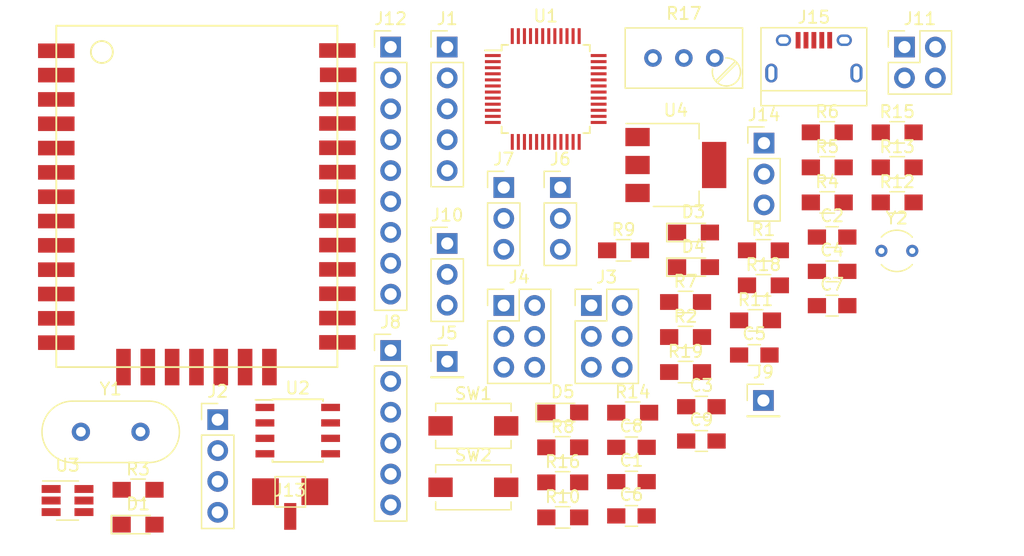
<source format=kicad_pcb>
(kicad_pcb (version 20171130) (host pcbnew "(5.1.5)-3")

  (general
    (thickness 1.6)
    (drawings 0)
    (tracks 0)
    (zones 0)
    (modules 56)
    (nets 91)
  )

  (page A4)
  (title_block
    (date 2020-03-01)
    (rev 1)
    (comment 2 "Zhan Beshanov")
  )

  (layers
    (0 F.Cu signal)
    (31 B.Cu signal)
    (32 B.Adhes user)
    (33 F.Adhes user)
    (34 B.Paste user)
    (35 F.Paste user)
    (36 B.SilkS user)
    (37 F.SilkS user)
    (38 B.Mask user)
    (39 F.Mask user)
    (40 Dwgs.User user)
    (41 Cmts.User user)
    (42 Eco1.User user)
    (43 Eco2.User user)
    (44 Edge.Cuts user)
    (45 Margin user)
    (46 B.CrtYd user)
    (47 F.CrtYd user)
    (48 B.Fab user)
    (49 F.Fab user)
  )

  (setup
    (last_trace_width 0.25)
    (user_trace_width 0.5)
    (trace_clearance 0.2)
    (zone_clearance 0.508)
    (zone_45_only no)
    (trace_min 0.2)
    (via_size 0.8)
    (via_drill 0.4)
    (via_min_size 0.4)
    (via_min_drill 0.3)
    (uvia_size 0.3)
    (uvia_drill 0.1)
    (uvias_allowed no)
    (uvia_min_size 0.2)
    (uvia_min_drill 0.1)
    (edge_width 0.05)
    (segment_width 0.2)
    (pcb_text_width 0.3)
    (pcb_text_size 1.5 1.5)
    (mod_edge_width 0.12)
    (mod_text_size 1 1)
    (mod_text_width 0.15)
    (pad_size 1.524 1.524)
    (pad_drill 0.762)
    (pad_to_mask_clearance 0.051)
    (solder_mask_min_width 0.25)
    (aux_axis_origin 0 0)
    (visible_elements 7FFFFFFF)
    (pcbplotparams
      (layerselection 0x010fc_ffffffff)
      (usegerberextensions false)
      (usegerberattributes false)
      (usegerberadvancedattributes false)
      (creategerberjobfile false)
      (excludeedgelayer true)
      (linewidth 0.100000)
      (plotframeref false)
      (viasonmask false)
      (mode 1)
      (useauxorigin false)
      (hpglpennumber 1)
      (hpglpenspeed 20)
      (hpglpendiameter 15.000000)
      (psnegative false)
      (psa4output false)
      (plotreference true)
      (plotvalue true)
      (plotinvisibletext false)
      (padsonsilk false)
      (subtractmaskfromsilk false)
      (outputformat 1)
      (mirror false)
      (drillshape 1)
      (scaleselection 1)
      (outputdirectory ""))
  )

  (net 0 "")
  (net 1 GND)
  (net 2 /R)
  (net 3 "Net-(C2-Pad1)")
  (net 4 "Net-(C3-Pad1)")
  (net 5 "Net-(C4-Pad1)")
  (net 6 "Net-(C5-Pad1)")
  (net 7 VCC)
  (net 8 "Net-(C8-Pad2)")
  (net 9 /AMS1117_3v3)
  (net 10 "Net-(D1-Pad1)")
  (net 11 "Net-(D2-Pad3)")
  (net 12 /RX_fw)
  (net 13 /TX_fw)
  (net 14 "Net-(D2-Pad6)")
  (net 15 "Net-(D2-Pad7)")
  (net 16 "Net-(D2-Pad8)")
  (net 17 "Net-(D2-Pad9)")
  (net 18 "Net-(D2-Pad10)")
  (net 19 "Net-(D2-Pad11)")
  (net 20 "Net-(D2-Pad12)")
  (net 21 "Net-(D2-Pad13)")
  (net 22 "Net-(D2-Pad21)")
  (net 23 "Net-(D2-Pad22)")
  (net 24 "Net-(D2-Pad23)")
  (net 25 "Net-(D2-Pad24)")
  (net 26 "Net-(D2-Pad25)")
  (net 27 "Net-(D2-Pad26)")
  (net 28 "Net-(D2-Pad27)")
  (net 29 /gpio)
  (net 30 "Net-(D2-Pad30)")
  (net 31 "Net-(D2-Pad32)")
  (net 32 "Net-(D2-Pad14)")
  (net 33 "Net-(D2-Pad15)")
  (net 34 "Net-(D2-Pad16)")
  (net 35 "Net-(D2-Pad20)")
  (net 36 "Net-(D3-Pad1)")
  (net 37 "Net-(D4-Pad1)")
  (net 38 "Net-(D5-Pad1)")
  (net 39 "Net-(J1-Pad5)")
  (net 40 "Net-(J1-Pad3)")
  (net 41 "Net-(J1-Pad2)")
  (net 42 /3v3_STLink)
  (net 43 "Net-(J2-Pad3)")
  (net 44 "Net-(J2-Pad2)")
  (net 45 /UART_FW)
  (net 46 /BOOT0)
  (net 47 /BOOT1)
  (net 48 /spi1_mosi)
  (net 49 /spi1_miso)
  (net 50 /spi1_sck)
  (net 51 /spi1_nss)
  (net 52 "Net-(J10-Pad3)")
  (net 53 "Net-(J10-Pad2)")
  (net 54 "Net-(J11-Pad2)")
  (net 55 /3VB)
  (net 56 "Net-(J12-Pad8)")
  (net 57 "Net-(J12-Pad7)")
  (net 58 "Net-(J12-Pad6)")
  (net 59 "Net-(J12-Pad5)")
  (net 60 "Net-(J12-Pad4)")
  (net 61 "Net-(J12-Pad3)")
  (net 62 "Net-(J12-Pad2)")
  (net 63 "Net-(J12-Pad1)")
  (net 64 "Net-(J13-Pad1)")
  (net 65 "Net-(J14-Pad2)")
  (net 66 "Net-(J15-Pad3)")
  (net 67 "Net-(J15-Pad2)")
  (net 68 "Net-(R1-Pad1)")
  (net 69 /USART2_TX)
  (net 70 /USART2_RX)
  (net 71 "Net-(R11-Pad2)")
  (net 72 "Net-(R12-Pad1)")
  (net 73 /C13)
  (net 74 /i2c1_scl)
  (net 75 /i2c1_sda)
  (net 76 "Net-(R16-Pad2)")
  (net 77 "Net-(R18-Pad2)")
  (net 78 "Net-(R19-Pad1)")
  (net 79 "Net-(U1-Pad41)")
  (net 80 "Net-(U1-Pad40)")
  (net 81 "Net-(U1-Pad39)")
  (net 82 "Net-(U1-Pad38)")
  (net 83 "Net-(U1-Pad32)")
  (net 84 "Net-(U1-Pad31)")
  (net 85 "Net-(U1-Pad30)")
  (net 86 "Net-(U1-Pad29)")
  (net 87 "Net-(U1-Pad19)")
  (net 88 "Net-(U1-Pad18)")
  (net 89 "Net-(U1-Pad11)")
  (net 90 "Net-(U2-Pad6)")

  (net_class Default "Это класс цепей по умолчанию."
    (clearance 0.2)
    (trace_width 0.25)
    (via_dia 0.8)
    (via_drill 0.4)
    (uvia_dia 0.3)
    (uvia_drill 0.1)
    (add_net /3VB)
    (add_net /3v3_STLink)
    (add_net /AMS1117_3v3)
    (add_net /BOOT0)
    (add_net /BOOT1)
    (add_net /C13)
    (add_net /R)
    (add_net /RX_fw)
    (add_net /TX_fw)
    (add_net /UART_FW)
    (add_net /USART2_RX)
    (add_net /USART2_TX)
    (add_net /gpio)
    (add_net /i2c1_scl)
    (add_net /i2c1_sda)
    (add_net /spi1_miso)
    (add_net /spi1_mosi)
    (add_net /spi1_nss)
    (add_net /spi1_sck)
    (add_net GND)
    (add_net "Net-(C2-Pad1)")
    (add_net "Net-(C3-Pad1)")
    (add_net "Net-(C4-Pad1)")
    (add_net "Net-(C5-Pad1)")
    (add_net "Net-(C8-Pad2)")
    (add_net "Net-(D1-Pad1)")
    (add_net "Net-(D2-Pad10)")
    (add_net "Net-(D2-Pad11)")
    (add_net "Net-(D2-Pad12)")
    (add_net "Net-(D2-Pad13)")
    (add_net "Net-(D2-Pad14)")
    (add_net "Net-(D2-Pad15)")
    (add_net "Net-(D2-Pad16)")
    (add_net "Net-(D2-Pad20)")
    (add_net "Net-(D2-Pad21)")
    (add_net "Net-(D2-Pad22)")
    (add_net "Net-(D2-Pad23)")
    (add_net "Net-(D2-Pad24)")
    (add_net "Net-(D2-Pad25)")
    (add_net "Net-(D2-Pad26)")
    (add_net "Net-(D2-Pad27)")
    (add_net "Net-(D2-Pad3)")
    (add_net "Net-(D2-Pad30)")
    (add_net "Net-(D2-Pad32)")
    (add_net "Net-(D2-Pad6)")
    (add_net "Net-(D2-Pad7)")
    (add_net "Net-(D2-Pad8)")
    (add_net "Net-(D2-Pad9)")
    (add_net "Net-(D3-Pad1)")
    (add_net "Net-(D4-Pad1)")
    (add_net "Net-(D5-Pad1)")
    (add_net "Net-(J1-Pad2)")
    (add_net "Net-(J1-Pad3)")
    (add_net "Net-(J1-Pad5)")
    (add_net "Net-(J10-Pad2)")
    (add_net "Net-(J10-Pad3)")
    (add_net "Net-(J11-Pad2)")
    (add_net "Net-(J12-Pad1)")
    (add_net "Net-(J12-Pad2)")
    (add_net "Net-(J12-Pad3)")
    (add_net "Net-(J12-Pad4)")
    (add_net "Net-(J12-Pad5)")
    (add_net "Net-(J12-Pad6)")
    (add_net "Net-(J12-Pad7)")
    (add_net "Net-(J12-Pad8)")
    (add_net "Net-(J13-Pad1)")
    (add_net "Net-(J14-Pad2)")
    (add_net "Net-(J15-Pad2)")
    (add_net "Net-(J15-Pad3)")
    (add_net "Net-(J2-Pad2)")
    (add_net "Net-(J2-Pad3)")
    (add_net "Net-(R1-Pad1)")
    (add_net "Net-(R11-Pad2)")
    (add_net "Net-(R12-Pad1)")
    (add_net "Net-(R16-Pad2)")
    (add_net "Net-(R18-Pad2)")
    (add_net "Net-(R19-Pad1)")
    (add_net "Net-(U1-Pad11)")
    (add_net "Net-(U1-Pad18)")
    (add_net "Net-(U1-Pad19)")
    (add_net "Net-(U1-Pad29)")
    (add_net "Net-(U1-Pad30)")
    (add_net "Net-(U1-Pad31)")
    (add_net "Net-(U1-Pad32)")
    (add_net "Net-(U1-Pad38)")
    (add_net "Net-(U1-Pad39)")
    (add_net "Net-(U1-Pad40)")
    (add_net "Net-(U1-Pad41)")
    (add_net "Net-(U2-Pad6)")
    (add_net VCC)
  )

  (module LoraWAN_pcb:C_0805_HandSoldering (layer F.Cu) (tedit 58AA84A8) (tstamp 5E6D5124)
    (at 153.646201 100.704401)
    (descr "Capacitor SMD 0805, hand soldering")
    (tags "capacitor 0805")
    (path /5E4829B3)
    (attr smd)
    (fp_text reference C1 (at 0 -1.75) (layer F.SilkS)
      (effects (font (size 1 1) (thickness 0.15)))
    )
    (fp_text value 100n (at 0 1.75) (layer F.Fab)
      (effects (font (size 1 1) (thickness 0.15)))
    )
    (fp_text user %R (at 0 -1.75) (layer F.Fab)
      (effects (font (size 1 1) (thickness 0.15)))
    )
    (fp_line (start -1 0.62) (end -1 -0.62) (layer F.Fab) (width 0.1))
    (fp_line (start 1 0.62) (end -1 0.62) (layer F.Fab) (width 0.1))
    (fp_line (start 1 -0.62) (end 1 0.62) (layer F.Fab) (width 0.1))
    (fp_line (start -1 -0.62) (end 1 -0.62) (layer F.Fab) (width 0.1))
    (fp_line (start 0.5 -0.85) (end -0.5 -0.85) (layer F.SilkS) (width 0.12))
    (fp_line (start -0.5 0.85) (end 0.5 0.85) (layer F.SilkS) (width 0.12))
    (fp_line (start -2.25 -0.88) (end 2.25 -0.88) (layer F.CrtYd) (width 0.05))
    (fp_line (start -2.25 -0.88) (end -2.25 0.87) (layer F.CrtYd) (width 0.05))
    (fp_line (start 2.25 0.87) (end 2.25 -0.88) (layer F.CrtYd) (width 0.05))
    (fp_line (start 2.25 0.87) (end -2.25 0.87) (layer F.CrtYd) (width 0.05))
    (pad 1 smd rect (at -1.25 0) (size 1.5 1.25) (layers F.Cu F.Paste F.Mask)
      (net 2 /R))
    (pad 2 smd rect (at 1.25 0) (size 1.5 1.25) (layers F.Cu F.Paste F.Mask)
      (net 1 GND))
    (model Capacitors_SMD.3dshapes/C_0805.wrl
      (at (xyz 0 0 0))
      (scale (xyz 1 1 1))
      (rotate (xyz 0 0 0))
    )
  )

  (module LoraWAN_pcb:C_0805_HandSoldering (layer F.Cu) (tedit 58AA84A8) (tstamp 5E6D5135)
    (at 170.146201 80.594401)
    (descr "Capacitor SMD 0805, hand soldering")
    (tags "capacitor 0805")
    (path /5E4801B6)
    (attr smd)
    (fp_text reference C2 (at 0 -1.75) (layer F.SilkS)
      (effects (font (size 1 1) (thickness 0.15)))
    )
    (fp_text value 12p (at 0 1.75) (layer F.Fab)
      (effects (font (size 1 1) (thickness 0.15)))
    )
    (fp_line (start 2.25 0.87) (end -2.25 0.87) (layer F.CrtYd) (width 0.05))
    (fp_line (start 2.25 0.87) (end 2.25 -0.88) (layer F.CrtYd) (width 0.05))
    (fp_line (start -2.25 -0.88) (end -2.25 0.87) (layer F.CrtYd) (width 0.05))
    (fp_line (start -2.25 -0.88) (end 2.25 -0.88) (layer F.CrtYd) (width 0.05))
    (fp_line (start -0.5 0.85) (end 0.5 0.85) (layer F.SilkS) (width 0.12))
    (fp_line (start 0.5 -0.85) (end -0.5 -0.85) (layer F.SilkS) (width 0.12))
    (fp_line (start -1 -0.62) (end 1 -0.62) (layer F.Fab) (width 0.1))
    (fp_line (start 1 -0.62) (end 1 0.62) (layer F.Fab) (width 0.1))
    (fp_line (start 1 0.62) (end -1 0.62) (layer F.Fab) (width 0.1))
    (fp_line (start -1 0.62) (end -1 -0.62) (layer F.Fab) (width 0.1))
    (fp_text user %R (at 0 -1.75) (layer F.Fab)
      (effects (font (size 1 1) (thickness 0.15)))
    )
    (pad 2 smd rect (at 1.25 0) (size 1.5 1.25) (layers F.Cu F.Paste F.Mask)
      (net 1 GND))
    (pad 1 smd rect (at -1.25 0) (size 1.5 1.25) (layers F.Cu F.Paste F.Mask)
      (net 3 "Net-(C2-Pad1)"))
    (model Capacitors_SMD.3dshapes/C_0805.wrl
      (at (xyz 0 0 0))
      (scale (xyz 1 1 1))
      (rotate (xyz 0 0 0))
    )
  )

  (module LoraWAN_pcb:C_0805_HandSoldering (layer F.Cu) (tedit 58AA84A8) (tstamp 5E6D5146)
    (at 159.396201 94.544401)
    (descr "Capacitor SMD 0805, hand soldering")
    (tags "capacitor 0805")
    (path /5E48027D)
    (attr smd)
    (fp_text reference C3 (at 0 -1.75) (layer F.SilkS)
      (effects (font (size 1 1) (thickness 0.15)))
    )
    (fp_text value 12p (at 0 1.75) (layer F.Fab)
      (effects (font (size 1 1) (thickness 0.15)))
    )
    (fp_text user %R (at 0 -1.75) (layer F.Fab)
      (effects (font (size 1 1) (thickness 0.15)))
    )
    (fp_line (start -1 0.62) (end -1 -0.62) (layer F.Fab) (width 0.1))
    (fp_line (start 1 0.62) (end -1 0.62) (layer F.Fab) (width 0.1))
    (fp_line (start 1 -0.62) (end 1 0.62) (layer F.Fab) (width 0.1))
    (fp_line (start -1 -0.62) (end 1 -0.62) (layer F.Fab) (width 0.1))
    (fp_line (start 0.5 -0.85) (end -0.5 -0.85) (layer F.SilkS) (width 0.12))
    (fp_line (start -0.5 0.85) (end 0.5 0.85) (layer F.SilkS) (width 0.12))
    (fp_line (start -2.25 -0.88) (end 2.25 -0.88) (layer F.CrtYd) (width 0.05))
    (fp_line (start -2.25 -0.88) (end -2.25 0.87) (layer F.CrtYd) (width 0.05))
    (fp_line (start 2.25 0.87) (end 2.25 -0.88) (layer F.CrtYd) (width 0.05))
    (fp_line (start 2.25 0.87) (end -2.25 0.87) (layer F.CrtYd) (width 0.05))
    (pad 1 smd rect (at -1.25 0) (size 1.5 1.25) (layers F.Cu F.Paste F.Mask)
      (net 4 "Net-(C3-Pad1)"))
    (pad 2 smd rect (at 1.25 0) (size 1.5 1.25) (layers F.Cu F.Paste F.Mask)
      (net 1 GND))
    (model Capacitors_SMD.3dshapes/C_0805.wrl
      (at (xyz 0 0 0))
      (scale (xyz 1 1 1))
      (rotate (xyz 0 0 0))
    )
  )

  (module LoraWAN_pcb:C_0805_HandSoldering (layer F.Cu) (tedit 58AA84A8) (tstamp 5E6D5157)
    (at 170.146201 83.414401)
    (descr "Capacitor SMD 0805, hand soldering")
    (tags "capacitor 0805")
    (path /5E480FE6)
    (attr smd)
    (fp_text reference C4 (at 0 -1.75) (layer F.SilkS)
      (effects (font (size 1 1) (thickness 0.15)))
    )
    (fp_text value 100p (at 0 1.75) (layer F.Fab)
      (effects (font (size 1 1) (thickness 0.15)))
    )
    (fp_line (start 2.25 0.87) (end -2.25 0.87) (layer F.CrtYd) (width 0.05))
    (fp_line (start 2.25 0.87) (end 2.25 -0.88) (layer F.CrtYd) (width 0.05))
    (fp_line (start -2.25 -0.88) (end -2.25 0.87) (layer F.CrtYd) (width 0.05))
    (fp_line (start -2.25 -0.88) (end 2.25 -0.88) (layer F.CrtYd) (width 0.05))
    (fp_line (start -0.5 0.85) (end 0.5 0.85) (layer F.SilkS) (width 0.12))
    (fp_line (start 0.5 -0.85) (end -0.5 -0.85) (layer F.SilkS) (width 0.12))
    (fp_line (start -1 -0.62) (end 1 -0.62) (layer F.Fab) (width 0.1))
    (fp_line (start 1 -0.62) (end 1 0.62) (layer F.Fab) (width 0.1))
    (fp_line (start 1 0.62) (end -1 0.62) (layer F.Fab) (width 0.1))
    (fp_line (start -1 0.62) (end -1 -0.62) (layer F.Fab) (width 0.1))
    (fp_text user %R (at 0 -1.75) (layer F.Fab)
      (effects (font (size 1 1) (thickness 0.15)))
    )
    (pad 2 smd rect (at 1.25 0) (size 1.5 1.25) (layers F.Cu F.Paste F.Mask)
      (net 1 GND))
    (pad 1 smd rect (at -1.25 0) (size 1.5 1.25) (layers F.Cu F.Paste F.Mask)
      (net 5 "Net-(C4-Pad1)"))
    (model Capacitors_SMD.3dshapes/C_0805.wrl
      (at (xyz 0 0 0))
      (scale (xyz 1 1 1))
      (rotate (xyz 0 0 0))
    )
  )

  (module LoraWAN_pcb:C_0805_HandSoldering (layer F.Cu) (tedit 58AA84A8) (tstamp 5E6D5168)
    (at 163.746201 90.294401)
    (descr "Capacitor SMD 0805, hand soldering")
    (tags "capacitor 0805")
    (path /5E4814BC)
    (attr smd)
    (fp_text reference C5 (at 0 -1.75) (layer F.SilkS)
      (effects (font (size 1 1) (thickness 0.15)))
    )
    (fp_text value 100p (at 0 1.75) (layer F.Fab)
      (effects (font (size 1 1) (thickness 0.15)))
    )
    (fp_line (start 2.25 0.87) (end -2.25 0.87) (layer F.CrtYd) (width 0.05))
    (fp_line (start 2.25 0.87) (end 2.25 -0.88) (layer F.CrtYd) (width 0.05))
    (fp_line (start -2.25 -0.88) (end -2.25 0.87) (layer F.CrtYd) (width 0.05))
    (fp_line (start -2.25 -0.88) (end 2.25 -0.88) (layer F.CrtYd) (width 0.05))
    (fp_line (start -0.5 0.85) (end 0.5 0.85) (layer F.SilkS) (width 0.12))
    (fp_line (start 0.5 -0.85) (end -0.5 -0.85) (layer F.SilkS) (width 0.12))
    (fp_line (start -1 -0.62) (end 1 -0.62) (layer F.Fab) (width 0.1))
    (fp_line (start 1 -0.62) (end 1 0.62) (layer F.Fab) (width 0.1))
    (fp_line (start 1 0.62) (end -1 0.62) (layer F.Fab) (width 0.1))
    (fp_line (start -1 0.62) (end -1 -0.62) (layer F.Fab) (width 0.1))
    (fp_text user %R (at 0 -1.75) (layer F.Fab)
      (effects (font (size 1 1) (thickness 0.15)))
    )
    (pad 2 smd rect (at 1.25 0) (size 1.5 1.25) (layers F.Cu F.Paste F.Mask)
      (net 1 GND))
    (pad 1 smd rect (at -1.25 0) (size 1.5 1.25) (layers F.Cu F.Paste F.Mask)
      (net 6 "Net-(C5-Pad1)"))
    (model Capacitors_SMD.3dshapes/C_0805.wrl
      (at (xyz 0 0 0))
      (scale (xyz 1 1 1))
      (rotate (xyz 0 0 0))
    )
  )

  (module LoraWAN_pcb:C_0805_HandSoldering (layer F.Cu) (tedit 58AA84A8) (tstamp 5E6D5179)
    (at 153.646201 103.524401)
    (descr "Capacitor SMD 0805, hand soldering")
    (tags "capacitor 0805")
    (path /5E4AA359)
    (attr smd)
    (fp_text reference C6 (at 0 -1.75) (layer F.SilkS)
      (effects (font (size 1 1) (thickness 0.15)))
    )
    (fp_text value 100n (at 0 1.75) (layer F.Fab)
      (effects (font (size 1 1) (thickness 0.15)))
    )
    (fp_text user %R (at 0 -1.75) (layer F.Fab)
      (effects (font (size 1 1) (thickness 0.15)))
    )
    (fp_line (start -1 0.62) (end -1 -0.62) (layer F.Fab) (width 0.1))
    (fp_line (start 1 0.62) (end -1 0.62) (layer F.Fab) (width 0.1))
    (fp_line (start 1 -0.62) (end 1 0.62) (layer F.Fab) (width 0.1))
    (fp_line (start -1 -0.62) (end 1 -0.62) (layer F.Fab) (width 0.1))
    (fp_line (start 0.5 -0.85) (end -0.5 -0.85) (layer F.SilkS) (width 0.12))
    (fp_line (start -0.5 0.85) (end 0.5 0.85) (layer F.SilkS) (width 0.12))
    (fp_line (start -2.25 -0.88) (end 2.25 -0.88) (layer F.CrtYd) (width 0.05))
    (fp_line (start -2.25 -0.88) (end -2.25 0.87) (layer F.CrtYd) (width 0.05))
    (fp_line (start 2.25 0.87) (end 2.25 -0.88) (layer F.CrtYd) (width 0.05))
    (fp_line (start 2.25 0.87) (end -2.25 0.87) (layer F.CrtYd) (width 0.05))
    (pad 1 smd rect (at -1.25 0) (size 1.5 1.25) (layers F.Cu F.Paste F.Mask)
      (net 1 GND))
    (pad 2 smd rect (at 1.25 0) (size 1.5 1.25) (layers F.Cu F.Paste F.Mask)
      (net 7 VCC))
    (model Capacitors_SMD.3dshapes/C_0805.wrl
      (at (xyz 0 0 0))
      (scale (xyz 1 1 1))
      (rotate (xyz 0 0 0))
    )
  )

  (module LoraWAN_pcb:C_0805_HandSoldering (layer F.Cu) (tedit 58AA84A8) (tstamp 5E6D518A)
    (at 170.146201 86.234401)
    (descr "Capacitor SMD 0805, hand soldering")
    (tags "capacitor 0805")
    (path /5E4AA518)
    (attr smd)
    (fp_text reference C7 (at 0 -1.75) (layer F.SilkS)
      (effects (font (size 1 1) (thickness 0.15)))
    )
    (fp_text value 100n (at 0 1.75) (layer F.Fab)
      (effects (font (size 1 1) (thickness 0.15)))
    )
    (fp_text user %R (at 0 -1.75) (layer F.Fab)
      (effects (font (size 1 1) (thickness 0.15)))
    )
    (fp_line (start -1 0.62) (end -1 -0.62) (layer F.Fab) (width 0.1))
    (fp_line (start 1 0.62) (end -1 0.62) (layer F.Fab) (width 0.1))
    (fp_line (start 1 -0.62) (end 1 0.62) (layer F.Fab) (width 0.1))
    (fp_line (start -1 -0.62) (end 1 -0.62) (layer F.Fab) (width 0.1))
    (fp_line (start 0.5 -0.85) (end -0.5 -0.85) (layer F.SilkS) (width 0.12))
    (fp_line (start -0.5 0.85) (end 0.5 0.85) (layer F.SilkS) (width 0.12))
    (fp_line (start -2.25 -0.88) (end 2.25 -0.88) (layer F.CrtYd) (width 0.05))
    (fp_line (start -2.25 -0.88) (end -2.25 0.87) (layer F.CrtYd) (width 0.05))
    (fp_line (start 2.25 0.87) (end 2.25 -0.88) (layer F.CrtYd) (width 0.05))
    (fp_line (start 2.25 0.87) (end -2.25 0.87) (layer F.CrtYd) (width 0.05))
    (pad 1 smd rect (at -1.25 0) (size 1.5 1.25) (layers F.Cu F.Paste F.Mask)
      (net 1 GND))
    (pad 2 smd rect (at 1.25 0) (size 1.5 1.25) (layers F.Cu F.Paste F.Mask)
      (net 7 VCC))
    (model Capacitors_SMD.3dshapes/C_0805.wrl
      (at (xyz 0 0 0))
      (scale (xyz 1 1 1))
      (rotate (xyz 0 0 0))
    )
  )

  (module LoraWAN_pcb:C_0805_HandSoldering (layer F.Cu) (tedit 58AA84A8) (tstamp 5E6D519B)
    (at 153.646201 97.884401)
    (descr "Capacitor SMD 0805, hand soldering")
    (tags "capacitor 0805")
    (path /5E5DD120)
    (attr smd)
    (fp_text reference C8 (at 0 -1.75) (layer F.SilkS)
      (effects (font (size 1 1) (thickness 0.15)))
    )
    (fp_text value 100n (at 0 1.75) (layer F.Fab)
      (effects (font (size 1 1) (thickness 0.15)))
    )
    (fp_text user %R (at 0 -1.75) (layer F.Fab)
      (effects (font (size 1 1) (thickness 0.15)))
    )
    (fp_line (start -1 0.62) (end -1 -0.62) (layer F.Fab) (width 0.1))
    (fp_line (start 1 0.62) (end -1 0.62) (layer F.Fab) (width 0.1))
    (fp_line (start 1 -0.62) (end 1 0.62) (layer F.Fab) (width 0.1))
    (fp_line (start -1 -0.62) (end 1 -0.62) (layer F.Fab) (width 0.1))
    (fp_line (start 0.5 -0.85) (end -0.5 -0.85) (layer F.SilkS) (width 0.12))
    (fp_line (start -0.5 0.85) (end 0.5 0.85) (layer F.SilkS) (width 0.12))
    (fp_line (start -2.25 -0.88) (end 2.25 -0.88) (layer F.CrtYd) (width 0.05))
    (fp_line (start -2.25 -0.88) (end -2.25 0.87) (layer F.CrtYd) (width 0.05))
    (fp_line (start 2.25 0.87) (end 2.25 -0.88) (layer F.CrtYd) (width 0.05))
    (fp_line (start 2.25 0.87) (end -2.25 0.87) (layer F.CrtYd) (width 0.05))
    (pad 1 smd rect (at -1.25 0) (size 1.5 1.25) (layers F.Cu F.Paste F.Mask)
      (net 1 GND))
    (pad 2 smd rect (at 1.25 0) (size 1.5 1.25) (layers F.Cu F.Paste F.Mask)
      (net 8 "Net-(C8-Pad2)"))
    (model Capacitors_SMD.3dshapes/C_0805.wrl
      (at (xyz 0 0 0))
      (scale (xyz 1 1 1))
      (rotate (xyz 0 0 0))
    )
  )

  (module LoraWAN_pcb:C_0805_HandSoldering (layer F.Cu) (tedit 58AA84A8) (tstamp 5E6D51AC)
    (at 159.396201 97.364401)
    (descr "Capacitor SMD 0805, hand soldering")
    (tags "capacitor 0805")
    (path /5E5CB6DA)
    (attr smd)
    (fp_text reference C9 (at 0 -1.75) (layer F.SilkS)
      (effects (font (size 1 1) (thickness 0.15)))
    )
    (fp_text value 100n (at 0 1.75) (layer F.Fab)
      (effects (font (size 1 1) (thickness 0.15)))
    )
    (fp_line (start 2.25 0.87) (end -2.25 0.87) (layer F.CrtYd) (width 0.05))
    (fp_line (start 2.25 0.87) (end 2.25 -0.88) (layer F.CrtYd) (width 0.05))
    (fp_line (start -2.25 -0.88) (end -2.25 0.87) (layer F.CrtYd) (width 0.05))
    (fp_line (start -2.25 -0.88) (end 2.25 -0.88) (layer F.CrtYd) (width 0.05))
    (fp_line (start -0.5 0.85) (end 0.5 0.85) (layer F.SilkS) (width 0.12))
    (fp_line (start 0.5 -0.85) (end -0.5 -0.85) (layer F.SilkS) (width 0.12))
    (fp_line (start -1 -0.62) (end 1 -0.62) (layer F.Fab) (width 0.1))
    (fp_line (start 1 -0.62) (end 1 0.62) (layer F.Fab) (width 0.1))
    (fp_line (start 1 0.62) (end -1 0.62) (layer F.Fab) (width 0.1))
    (fp_line (start -1 0.62) (end -1 -0.62) (layer F.Fab) (width 0.1))
    (fp_text user %R (at 0 -1.75) (layer F.Fab)
      (effects (font (size 1 1) (thickness 0.15)))
    )
    (pad 2 smd rect (at 1.25 0) (size 1.5 1.25) (layers F.Cu F.Paste F.Mask)
      (net 9 /AMS1117_3v3))
    (pad 1 smd rect (at -1.25 0) (size 1.5 1.25) (layers F.Cu F.Paste F.Mask)
      (net 1 GND))
    (model Capacitors_SMD.3dshapes/C_0805.wrl
      (at (xyz 0 0 0))
      (scale (xyz 1 1 1))
      (rotate (xyz 0 0 0))
    )
  )

  (module LoraWAN_pcb:LED_0805_HandSoldering (layer F.Cu) (tedit 595FCA25) (tstamp 5E6D51C1)
    (at 113.076201 104.239401)
    (descr "Resistor SMD 0805, hand soldering")
    (tags "resistor 0805")
    (path /5E6B778C)
    (attr smd)
    (fp_text reference D1 (at 0 -1.7) (layer F.SilkS)
      (effects (font (size 1 1) (thickness 0.15)))
    )
    (fp_text value Blue (at 0 1.75) (layer F.Fab)
      (effects (font (size 1 1) (thickness 0.15)))
    )
    (fp_line (start -2.2 -0.75) (end -2.2 0.75) (layer F.SilkS) (width 0.12))
    (fp_line (start 2.35 0.9) (end -2.35 0.9) (layer F.CrtYd) (width 0.05))
    (fp_line (start 2.35 0.9) (end 2.35 -0.9) (layer F.CrtYd) (width 0.05))
    (fp_line (start -2.35 -0.9) (end -2.35 0.9) (layer F.CrtYd) (width 0.05))
    (fp_line (start -2.35 -0.9) (end 2.35 -0.9) (layer F.CrtYd) (width 0.05))
    (fp_line (start -2.2 -0.75) (end 1 -0.75) (layer F.SilkS) (width 0.12))
    (fp_line (start 1 0.75) (end -2.2 0.75) (layer F.SilkS) (width 0.12))
    (fp_line (start -1 -0.62) (end 1 -0.62) (layer F.Fab) (width 0.1))
    (fp_line (start 1 -0.62) (end 1 0.62) (layer F.Fab) (width 0.1))
    (fp_line (start 1 0.62) (end -1 0.62) (layer F.Fab) (width 0.1))
    (fp_line (start -1 0.62) (end -1 -0.62) (layer F.Fab) (width 0.1))
    (fp_line (start 0.2 -0.4) (end 0.2 0.4) (layer F.Fab) (width 0.1))
    (fp_line (start 0.2 0.4) (end -0.4 0) (layer F.Fab) (width 0.1))
    (fp_line (start -0.4 0) (end 0.2 -0.4) (layer F.Fab) (width 0.1))
    (fp_line (start -0.4 -0.4) (end -0.4 0.4) (layer F.Fab) (width 0.1))
    (pad 2 smd rect (at 1.35 0) (size 1.5 1.3) (layers F.Cu F.Paste F.Mask)
      (net 7 VCC))
    (pad 1 smd rect (at -1.35 0) (size 1.5 1.3) (layers F.Cu F.Paste F.Mask)
      (net 10 "Net-(D1-Pad1)"))
    (model ${KISYS3DMOD}/LEDs.3dshapes/LED_0805.wrl
      (at (xyz 0 0 0))
      (scale (xyz 1 1 1))
      (rotate (xyz 0 0 0))
    )
  )

  (module LoraWAN_pcb:RHF78_052 (layer F.Cu) (tedit 5E5411F7) (tstamp 5E6D51EB)
    (at 118.0352 77.062401)
    (path /5E47E753)
    (fp_text reference D2 (at -0.254 0.635) (layer F.SilkS) hide
      (effects (font (size 1 1) (thickness 0.15)))
    )
    (fp_text value RHF78-052 (at -0.508 -15.113) (layer F.Fab)
      (effects (font (size 1 1) (thickness 0.15)))
    )
    (fp_circle (center -7.9375 -11.684) (end -7.239 -11.1125) (layer F.SilkS) (width 0.15))
    (fp_line (start -11.684 -13.843) (end -11.684 14.224) (layer F.SilkS) (width 0.15))
    (fp_line (start -11.684 14.224) (end 11.43 14.224) (layer F.SilkS) (width 0.15))
    (fp_line (start 11.43 -13.843) (end 11.43 14.224) (layer F.SilkS) (width 0.15))
    (fp_line (start -11.684 -13.843) (end 11.43 -13.843) (layer F.SilkS) (width 0.15))
    (pad 20 smd custom (at 5.8405 14.224) (size 1.2 3) (layers F.Cu F.Paste F.Mask)
      (net 35 "Net-(D2-Pad20)") (zone_connect 0)
      (options (clearance outline) (anchor rect))
      (primitives
      ))
    (pad 19 smd custom (at 3.8405 14.224) (size 1.2 3) (layers F.Cu F.Paste F.Mask)
      (net 1 GND) (zone_connect 0)
      (options (clearance outline) (anchor rect))
      (primitives
      ))
    (pad 18 smd custom (at 1.8405 14.224) (size 1.2 3) (layers F.Cu F.Paste F.Mask)
      (net 1 GND) (zone_connect 0)
      (options (clearance outline) (anchor rect))
      (primitives
      ))
    (pad 17 smd custom (at -0.1595 14.224) (size 1.2 3) (layers F.Cu F.Paste F.Mask)
      (net 1 GND) (zone_connect 0)
      (options (clearance outline) (anchor rect))
      (primitives
      ))
    (pad 16 smd custom (at -2.1595 14.224) (size 1.2 3) (layers F.Cu F.Paste F.Mask)
      (net 34 "Net-(D2-Pad16)") (zone_connect 0)
      (options (clearance outline) (anchor rect))
      (primitives
      ))
    (pad 15 smd custom (at -4.1595 14.224) (size 1.2 3) (layers F.Cu F.Paste F.Mask)
      (net 33 "Net-(D2-Pad15)") (zone_connect 0)
      (options (clearance outline) (anchor rect))
      (primitives
      ))
    (pad 14 smd custom (at -6.1595 14.224) (size 1.2 3) (layers F.Cu F.Paste F.Mask)
      (net 32 "Net-(D2-Pad14)") (zone_connect 0)
      (options (clearance outline) (anchor rect))
      (primitives
      ))
    (pad 33 smd custom (at 11.43 -11.808) (size 3 1.2) (layers F.Cu F.Paste F.Mask)
      (net 1 GND) (zone_connect 0)
      (options (clearance outline) (anchor rect))
      (primitives
      ))
    (pad 32 smd custom (at 11.4935 -9.808) (size 3 1.2) (layers F.Cu F.Paste F.Mask)
      (net 31 "Net-(D2-Pad32)") (zone_connect 0)
      (options (clearance outline) (anchor rect))
      (primitives
      ))
    (pad 31 smd custom (at 11.43 -7.808) (size 3 1.2) (layers F.Cu F.Paste F.Mask)
      (net 1 GND) (zone_connect 0)
      (options (clearance outline) (anchor rect))
      (primitives
      ))
    (pad 30 smd custom (at 11.43 -5.808) (size 3 1.2) (layers F.Cu F.Paste F.Mask)
      (net 30 "Net-(D2-Pad30)") (zone_connect 0)
      (options (clearance outline) (anchor rect))
      (primitives
      ))
    (pad 29 smd custom (at 11.43 -3.808) (size 3 1.2) (layers F.Cu F.Paste F.Mask)
      (net 1 GND) (zone_connect 0)
      (options (clearance outline) (anchor rect))
      (primitives
      ))
    (pad 28 smd custom (at 11.43 -1.808) (size 3 1.2) (layers F.Cu F.Paste F.Mask)
      (net 29 /gpio) (zone_connect 0)
      (options (clearance outline) (anchor rect))
      (primitives
      ))
    (pad 27 smd custom (at 11.43 0.192) (size 3 1.2) (layers F.Cu F.Paste F.Mask)
      (net 28 "Net-(D2-Pad27)") (zone_connect 0)
      (options (clearance outline) (anchor rect))
      (primitives
      ))
    (pad 26 smd custom (at 11.43 2.192) (size 3 1.2) (layers F.Cu F.Paste F.Mask)
      (net 27 "Net-(D2-Pad26)") (zone_connect 0)
      (options (clearance outline) (anchor rect))
      (primitives
      ))
    (pad 25 smd custom (at 11.43 4.192) (size 3 1.2) (layers F.Cu F.Paste F.Mask)
      (net 26 "Net-(D2-Pad25)") (zone_connect 0)
      (options (clearance outline) (anchor rect))
      (primitives
      ))
    (pad 24 smd custom (at 11.43 6.192) (size 3 1.2) (layers F.Cu F.Paste F.Mask)
      (net 25 "Net-(D2-Pad24)") (zone_connect 0)
      (options (clearance outline) (anchor rect))
      (primitives
      ))
    (pad 23 smd custom (at 11.43 8.192) (size 3 1.2) (layers F.Cu F.Paste F.Mask)
      (net 24 "Net-(D2-Pad23)") (zone_connect 0)
      (options (clearance outline) (anchor rect))
      (primitives
      ))
    (pad 22 smd custom (at 11.43 10.192) (size 3 1.2) (layers F.Cu F.Paste F.Mask)
      (net 23 "Net-(D2-Pad22)") (zone_connect 0)
      (options (clearance outline) (anchor rect))
      (primitives
      ))
    (pad 21 smd custom (at 11.43 12.192) (size 3 1.2) (layers F.Cu F.Paste F.Mask)
      (net 22 "Net-(D2-Pad21)") (zone_connect 0)
      (options (clearance outline) (anchor rect))
      (primitives
      ))
    (pad 13 smd custom (at -11.684 12.2144) (size 3 1.2) (layers F.Cu F.Paste F.Mask)
      (net 21 "Net-(D2-Pad13)") (zone_connect 0)
      (options (clearance outline) (anchor rect))
      (primitives
      ))
    (pad 12 smd custom (at -11.684 10.2144) (size 3 1.2) (layers F.Cu F.Paste F.Mask)
      (net 20 "Net-(D2-Pad12)") (zone_connect 0)
      (options (clearance outline) (anchor rect))
      (primitives
      ))
    (pad 11 smd custom (at -11.684 8.2144) (size 3 1.2) (layers F.Cu F.Paste F.Mask)
      (net 19 "Net-(D2-Pad11)") (zone_connect 0)
      (options (clearance outline) (anchor rect))
      (primitives
      ))
    (pad 10 smd custom (at -11.684 6.2144) (size 3 1.2) (layers F.Cu F.Paste F.Mask)
      (net 18 "Net-(D2-Pad10)") (zone_connect 0)
      (options (clearance outline) (anchor rect))
      (primitives
      ))
    (pad 9 smd custom (at -11.684 4.2144) (size 3 1.2) (layers F.Cu F.Paste F.Mask)
      (net 17 "Net-(D2-Pad9)") (zone_connect 0)
      (options (clearance outline) (anchor rect))
      (primitives
      ))
    (pad 8 smd custom (at -11.684 2.2144) (size 3 1.2) (layers F.Cu F.Paste F.Mask)
      (net 16 "Net-(D2-Pad8)") (zone_connect 0)
      (options (clearance outline) (anchor rect))
      (primitives
      ))
    (pad 7 smd custom (at -11.684 0.2144) (size 3 1.2) (layers F.Cu F.Paste F.Mask)
      (net 15 "Net-(D2-Pad7)") (zone_connect 0)
      (options (clearance outline) (anchor rect))
      (primitives
      ))
    (pad 6 smd custom (at -11.684 -1.7856) (size 3 1.2) (layers F.Cu F.Paste F.Mask)
      (net 14 "Net-(D2-Pad6)") (zone_connect 0)
      (options (clearance outline) (anchor rect))
      (primitives
      ))
    (pad 5 smd custom (at -11.684 -3.7856) (size 3 1.2) (layers F.Cu F.Paste F.Mask)
      (net 13 /TX_fw) (zone_connect 0)
      (options (clearance outline) (anchor rect))
      (primitives
      ))
    (pad 4 smd custom (at -11.684 -5.7856) (size 3 1.2) (layers F.Cu F.Paste F.Mask)
      (net 12 /RX_fw) (zone_connect 0)
      (options (clearance outline) (anchor rect))
      (primitives
      ))
    (pad 3 smd custom (at -11.684 -7.7856) (size 3 1.2) (layers F.Cu F.Paste F.Mask)
      (net 11 "Net-(D2-Pad3)") (zone_connect 0)
      (options (clearance outline) (anchor rect))
      (primitives
      ))
    (pad 2 smd custom (at -11.684 -9.7856) (size 3 1.2) (layers F.Cu F.Paste F.Mask)
      (net 1 GND) (zone_connect 0)
      (options (clearance outline) (anchor rect))
      (primitives
      ))
    (pad 1 smd custom (at -11.684 -11.7856) (size 3 1.2) (layers F.Cu F.Paste F.Mask)
      (net 7 VCC) (zone_connect 0)
      (options (clearance outline) (anchor rect))
      (primitives
      ))
  )

  (module LoraWAN_pcb:LED_0805_HandSoldering (layer F.Cu) (tedit 595FCA25) (tstamp 5E6D5200)
    (at 158.746201 80.219401)
    (descr "Resistor SMD 0805, hand soldering")
    (tags "resistor 0805")
    (path /5E48B802)
    (attr smd)
    (fp_text reference D3 (at 0 -1.7) (layer F.SilkS)
      (effects (font (size 1 1) (thickness 0.15)))
    )
    (fp_text value Red (at 0 1.75) (layer F.Fab)
      (effects (font (size 1 1) (thickness 0.15)))
    )
    (fp_line (start -2.2 -0.75) (end -2.2 0.75) (layer F.SilkS) (width 0.12))
    (fp_line (start 2.35 0.9) (end -2.35 0.9) (layer F.CrtYd) (width 0.05))
    (fp_line (start 2.35 0.9) (end 2.35 -0.9) (layer F.CrtYd) (width 0.05))
    (fp_line (start -2.35 -0.9) (end -2.35 0.9) (layer F.CrtYd) (width 0.05))
    (fp_line (start -2.35 -0.9) (end 2.35 -0.9) (layer F.CrtYd) (width 0.05))
    (fp_line (start -2.2 -0.75) (end 1 -0.75) (layer F.SilkS) (width 0.12))
    (fp_line (start 1 0.75) (end -2.2 0.75) (layer F.SilkS) (width 0.12))
    (fp_line (start -1 -0.62) (end 1 -0.62) (layer F.Fab) (width 0.1))
    (fp_line (start 1 -0.62) (end 1 0.62) (layer F.Fab) (width 0.1))
    (fp_line (start 1 0.62) (end -1 0.62) (layer F.Fab) (width 0.1))
    (fp_line (start -1 0.62) (end -1 -0.62) (layer F.Fab) (width 0.1))
    (fp_line (start 0.2 -0.4) (end 0.2 0.4) (layer F.Fab) (width 0.1))
    (fp_line (start 0.2 0.4) (end -0.4 0) (layer F.Fab) (width 0.1))
    (fp_line (start -0.4 0) (end 0.2 -0.4) (layer F.Fab) (width 0.1))
    (fp_line (start -0.4 -0.4) (end -0.4 0.4) (layer F.Fab) (width 0.1))
    (pad 2 smd rect (at 1.35 0) (size 1.5 1.3) (layers F.Cu F.Paste F.Mask)
      (net 7 VCC))
    (pad 1 smd rect (at -1.35 0) (size 1.5 1.3) (layers F.Cu F.Paste F.Mask)
      (net 36 "Net-(D3-Pad1)"))
    (model ${KISYS3DMOD}/LEDs.3dshapes/LED_0805.wrl
      (at (xyz 0 0 0))
      (scale (xyz 1 1 1))
      (rotate (xyz 0 0 0))
    )
  )

  (module LoraWAN_pcb:LED_0805_HandSoldering (layer F.Cu) (tedit 595FCA25) (tstamp 5E6D5215)
    (at 158.746201 83.069401)
    (descr "Resistor SMD 0805, hand soldering")
    (tags "resistor 0805")
    (path /5E6555CA)
    (attr smd)
    (fp_text reference D4 (at 0 -1.7) (layer F.SilkS)
      (effects (font (size 1 1) (thickness 0.15)))
    )
    (fp_text value Blue (at 0 1.75) (layer F.Fab)
      (effects (font (size 1 1) (thickness 0.15)))
    )
    (fp_line (start -0.4 -0.4) (end -0.4 0.4) (layer F.Fab) (width 0.1))
    (fp_line (start -0.4 0) (end 0.2 -0.4) (layer F.Fab) (width 0.1))
    (fp_line (start 0.2 0.4) (end -0.4 0) (layer F.Fab) (width 0.1))
    (fp_line (start 0.2 -0.4) (end 0.2 0.4) (layer F.Fab) (width 0.1))
    (fp_line (start -1 0.62) (end -1 -0.62) (layer F.Fab) (width 0.1))
    (fp_line (start 1 0.62) (end -1 0.62) (layer F.Fab) (width 0.1))
    (fp_line (start 1 -0.62) (end 1 0.62) (layer F.Fab) (width 0.1))
    (fp_line (start -1 -0.62) (end 1 -0.62) (layer F.Fab) (width 0.1))
    (fp_line (start 1 0.75) (end -2.2 0.75) (layer F.SilkS) (width 0.12))
    (fp_line (start -2.2 -0.75) (end 1 -0.75) (layer F.SilkS) (width 0.12))
    (fp_line (start -2.35 -0.9) (end 2.35 -0.9) (layer F.CrtYd) (width 0.05))
    (fp_line (start -2.35 -0.9) (end -2.35 0.9) (layer F.CrtYd) (width 0.05))
    (fp_line (start 2.35 0.9) (end 2.35 -0.9) (layer F.CrtYd) (width 0.05))
    (fp_line (start 2.35 0.9) (end -2.35 0.9) (layer F.CrtYd) (width 0.05))
    (fp_line (start -2.2 -0.75) (end -2.2 0.75) (layer F.SilkS) (width 0.12))
    (pad 1 smd rect (at -1.35 0) (size 1.5 1.3) (layers F.Cu F.Paste F.Mask)
      (net 37 "Net-(D4-Pad1)"))
    (pad 2 smd rect (at 1.35 0) (size 1.5 1.3) (layers F.Cu F.Paste F.Mask)
      (net 7 VCC))
    (model ${KISYS3DMOD}/LEDs.3dshapes/LED_0805.wrl
      (at (xyz 0 0 0))
      (scale (xyz 1 1 1))
      (rotate (xyz 0 0 0))
    )
  )

  (module LoraWAN_pcb:LED_0805_HandSoldering (layer F.Cu) (tedit 595FCA25) (tstamp 5E6D522A)
    (at 147.996201 95.019401)
    (descr "Resistor SMD 0805, hand soldering")
    (tags "resistor 0805")
    (path /5E48D44D)
    (attr smd)
    (fp_text reference D5 (at 0 -1.7) (layer F.SilkS)
      (effects (font (size 1 1) (thickness 0.15)))
    )
    (fp_text value Blue (at 0 1.75) (layer F.Fab)
      (effects (font (size 1 1) (thickness 0.15)))
    )
    (fp_line (start -0.4 -0.4) (end -0.4 0.4) (layer F.Fab) (width 0.1))
    (fp_line (start -0.4 0) (end 0.2 -0.4) (layer F.Fab) (width 0.1))
    (fp_line (start 0.2 0.4) (end -0.4 0) (layer F.Fab) (width 0.1))
    (fp_line (start 0.2 -0.4) (end 0.2 0.4) (layer F.Fab) (width 0.1))
    (fp_line (start -1 0.62) (end -1 -0.62) (layer F.Fab) (width 0.1))
    (fp_line (start 1 0.62) (end -1 0.62) (layer F.Fab) (width 0.1))
    (fp_line (start 1 -0.62) (end 1 0.62) (layer F.Fab) (width 0.1))
    (fp_line (start -1 -0.62) (end 1 -0.62) (layer F.Fab) (width 0.1))
    (fp_line (start 1 0.75) (end -2.2 0.75) (layer F.SilkS) (width 0.12))
    (fp_line (start -2.2 -0.75) (end 1 -0.75) (layer F.SilkS) (width 0.12))
    (fp_line (start -2.35 -0.9) (end 2.35 -0.9) (layer F.CrtYd) (width 0.05))
    (fp_line (start -2.35 -0.9) (end -2.35 0.9) (layer F.CrtYd) (width 0.05))
    (fp_line (start 2.35 0.9) (end 2.35 -0.9) (layer F.CrtYd) (width 0.05))
    (fp_line (start 2.35 0.9) (end -2.35 0.9) (layer F.CrtYd) (width 0.05))
    (fp_line (start -2.2 -0.75) (end -2.2 0.75) (layer F.SilkS) (width 0.12))
    (pad 1 smd rect (at -1.35 0) (size 1.5 1.3) (layers F.Cu F.Paste F.Mask)
      (net 38 "Net-(D5-Pad1)"))
    (pad 2 smd rect (at 1.35 0) (size 1.5 1.3) (layers F.Cu F.Paste F.Mask)
      (net 7 VCC))
    (model ${KISYS3DMOD}/LEDs.3dshapes/LED_0805.wrl
      (at (xyz 0 0 0))
      (scale (xyz 1 1 1))
      (rotate (xyz 0 0 0))
    )
  )

  (module LoraWAN_pcb:Pin_Header_Straight_1x05_Pitch2.54mm (layer F.Cu) (tedit 59650532) (tstamp 5E6D5243)
    (at 138.496201 64.969401)
    (descr "Through hole straight pin header, 1x05, 2.54mm pitch, single row")
    (tags "Through hole pin header THT 1x05 2.54mm single row")
    (path /5E61F628)
    (fp_text reference J1 (at 0 -2.33 -180) (layer F.SilkS)
      (effects (font (size 1 1) (thickness 0.15)))
    )
    (fp_text value STLink_conn (at 0 12.49 -180) (layer F.Fab)
      (effects (font (size 1 1) (thickness 0.15)))
    )
    (fp_line (start -0.635 -1.27) (end 1.27 -1.27) (layer F.Fab) (width 0.1))
    (fp_line (start 1.27 -1.27) (end 1.27 11.43) (layer F.Fab) (width 0.1))
    (fp_line (start 1.27 11.43) (end -1.27 11.43) (layer F.Fab) (width 0.1))
    (fp_line (start -1.27 11.43) (end -1.27 -0.635) (layer F.Fab) (width 0.1))
    (fp_line (start -1.27 -0.635) (end -0.635 -1.27) (layer F.Fab) (width 0.1))
    (fp_line (start -1.33 11.49) (end 1.33 11.49) (layer F.SilkS) (width 0.12))
    (fp_line (start -1.33 1.27) (end -1.33 11.49) (layer F.SilkS) (width 0.12))
    (fp_line (start 1.33 1.27) (end 1.33 11.49) (layer F.SilkS) (width 0.12))
    (fp_line (start -1.33 1.27) (end 1.33 1.27) (layer F.SilkS) (width 0.12))
    (fp_line (start -1.33 0) (end -1.33 -1.33) (layer F.SilkS) (width 0.12))
    (fp_line (start -1.33 -1.33) (end 0 -1.33) (layer F.SilkS) (width 0.12))
    (fp_line (start -1.8 -1.8) (end -1.8 11.95) (layer F.CrtYd) (width 0.05))
    (fp_line (start -1.8 11.95) (end 1.8 11.95) (layer F.CrtYd) (width 0.05))
    (fp_line (start 1.8 11.95) (end 1.8 -1.8) (layer F.CrtYd) (width 0.05))
    (fp_line (start 1.8 -1.8) (end -1.8 -1.8) (layer F.CrtYd) (width 0.05))
    (fp_text user %R (at 0 5.08 -270) (layer F.Fab)
      (effects (font (size 1 1) (thickness 0.15)))
    )
    (pad 1 thru_hole rect (at 0 0) (size 1.7 1.7) (drill 1) (layers *.Cu *.Mask)
      (net 42 /3v3_STLink))
    (pad 2 thru_hole oval (at 0 2.54) (size 1.7 1.7) (drill 1) (layers *.Cu *.Mask)
      (net 41 "Net-(J1-Pad2)"))
    (pad 3 thru_hole oval (at 0 5.08) (size 1.7 1.7) (drill 1) (layers *.Cu *.Mask)
      (net 40 "Net-(J1-Pad3)"))
    (pad 4 thru_hole oval (at 0 7.62) (size 1.7 1.7) (drill 1) (layers *.Cu *.Mask)
      (net 1 GND))
    (pad 5 thru_hole oval (at 0 10.16) (size 1.7 1.7) (drill 1) (layers *.Cu *.Mask)
      (net 39 "Net-(J1-Pad5)"))
    (model ${KISYS3DMOD}/Pin_Headers.3dshapes/Pin_Header_Straight_1x05_Pitch2.54mm.wrl
      (at (xyz 0 0 0))
      (scale (xyz 1 1 1))
      (rotate (xyz 0 0 0))
    )
  )

  (module LoraWAN_pcb:Pin_Header_Straight_1x04_Pitch2.54mm (layer F.Cu) (tedit 59650532) (tstamp 5E6D525B)
    (at 119.626201 95.609401)
    (descr "Through hole straight pin header, 1x04, 2.54mm pitch, single row")
    (tags "Through hole pin header THT 1x04 2.54mm single row")
    (path /5E527507)
    (fp_text reference J2 (at 0 -2.33 -180) (layer F.SilkS)
      (effects (font (size 1 1) (thickness 0.15)))
    )
    (fp_text value Conn_01x04_Male (at 0 9.95 -180) (layer F.Fab)
      (effects (font (size 1 1) (thickness 0.15)))
    )
    (fp_line (start -0.635 -1.27) (end 1.27 -1.27) (layer F.Fab) (width 0.1))
    (fp_line (start 1.27 -1.27) (end 1.27 8.89) (layer F.Fab) (width 0.1))
    (fp_line (start 1.27 8.89) (end -1.27 8.89) (layer F.Fab) (width 0.1))
    (fp_line (start -1.27 8.89) (end -1.27 -0.635) (layer F.Fab) (width 0.1))
    (fp_line (start -1.27 -0.635) (end -0.635 -1.27) (layer F.Fab) (width 0.1))
    (fp_line (start -1.33 8.95) (end 1.33 8.95) (layer F.SilkS) (width 0.12))
    (fp_line (start -1.33 1.27) (end -1.33 8.95) (layer F.SilkS) (width 0.12))
    (fp_line (start 1.33 1.27) (end 1.33 8.95) (layer F.SilkS) (width 0.12))
    (fp_line (start -1.33 1.27) (end 1.33 1.27) (layer F.SilkS) (width 0.12))
    (fp_line (start -1.33 0) (end -1.33 -1.33) (layer F.SilkS) (width 0.12))
    (fp_line (start -1.33 -1.33) (end 0 -1.33) (layer F.SilkS) (width 0.12))
    (fp_line (start -1.8 -1.8) (end -1.8 9.4) (layer F.CrtYd) (width 0.05))
    (fp_line (start -1.8 9.4) (end 1.8 9.4) (layer F.CrtYd) (width 0.05))
    (fp_line (start 1.8 9.4) (end 1.8 -1.8) (layer F.CrtYd) (width 0.05))
    (fp_line (start 1.8 -1.8) (end -1.8 -1.8) (layer F.CrtYd) (width 0.05))
    (fp_text user %R (at 0 3.81 -90) (layer F.Fab)
      (effects (font (size 1 1) (thickness 0.15)))
    )
    (pad 1 thru_hole rect (at 0 0) (size 1.7 1.7) (drill 1) (layers *.Cu *.Mask)
      (net 45 /UART_FW))
    (pad 2 thru_hole oval (at 0 2.54) (size 1.7 1.7) (drill 1) (layers *.Cu *.Mask)
      (net 44 "Net-(J2-Pad2)"))
    (pad 3 thru_hole oval (at 0 5.08) (size 1.7 1.7) (drill 1) (layers *.Cu *.Mask)
      (net 43 "Net-(J2-Pad3)"))
    (pad 4 thru_hole oval (at 0 7.62) (size 1.7 1.7) (drill 1) (layers *.Cu *.Mask)
      (net 1 GND))
    (model ${KISYS3DMOD}/Pin_Headers.3dshapes/Pin_Header_Straight_1x04_Pitch2.54mm.wrl
      (at (xyz 0 0 0))
      (scale (xyz 1 1 1))
      (rotate (xyz 0 0 0))
    )
  )

  (module LoraWAN_pcb:Pin_Header_Straight_2x03_Pitch2.54mm (layer F.Cu) (tedit 59650532) (tstamp 5E6D5277)
    (at 150.346201 86.219401)
    (descr "Through hole straight pin header, 2x03, 2.54mm pitch, double rows")
    (tags "Through hole pin header THT 2x03 2.54mm double row")
    (path /5E6867AD)
    (fp_text reference J3 (at 1.27 -2.33) (layer F.SilkS)
      (effects (font (size 1 1) (thickness 0.15)))
    )
    (fp_text value Conn_02x03_Odd_Even (at 1.27 7.41) (layer F.Fab)
      (effects (font (size 1 1) (thickness 0.15)))
    )
    (fp_text user %R (at 1.27 2.54 90) (layer F.Fab)
      (effects (font (size 1 1) (thickness 0.15)))
    )
    (fp_line (start 4.35 -1.8) (end -1.8 -1.8) (layer F.CrtYd) (width 0.05))
    (fp_line (start 4.35 6.85) (end 4.35 -1.8) (layer F.CrtYd) (width 0.05))
    (fp_line (start -1.8 6.85) (end 4.35 6.85) (layer F.CrtYd) (width 0.05))
    (fp_line (start -1.8 -1.8) (end -1.8 6.85) (layer F.CrtYd) (width 0.05))
    (fp_line (start -1.33 -1.33) (end 0 -1.33) (layer F.SilkS) (width 0.12))
    (fp_line (start -1.33 0) (end -1.33 -1.33) (layer F.SilkS) (width 0.12))
    (fp_line (start 1.27 -1.33) (end 3.87 -1.33) (layer F.SilkS) (width 0.12))
    (fp_line (start 1.27 1.27) (end 1.27 -1.33) (layer F.SilkS) (width 0.12))
    (fp_line (start -1.33 1.27) (end 1.27 1.27) (layer F.SilkS) (width 0.12))
    (fp_line (start 3.87 -1.33) (end 3.87 6.41) (layer F.SilkS) (width 0.12))
    (fp_line (start -1.33 1.27) (end -1.33 6.41) (layer F.SilkS) (width 0.12))
    (fp_line (start -1.33 6.41) (end 3.87 6.41) (layer F.SilkS) (width 0.12))
    (fp_line (start -1.27 0) (end 0 -1.27) (layer F.Fab) (width 0.1))
    (fp_line (start -1.27 6.35) (end -1.27 0) (layer F.Fab) (width 0.1))
    (fp_line (start 3.81 6.35) (end -1.27 6.35) (layer F.Fab) (width 0.1))
    (fp_line (start 3.81 -1.27) (end 3.81 6.35) (layer F.Fab) (width 0.1))
    (fp_line (start 0 -1.27) (end 3.81 -1.27) (layer F.Fab) (width 0.1))
    (pad 6 thru_hole oval (at 2.54 5.08) (size 1.7 1.7) (drill 1) (layers *.Cu *.Mask)
      (net 45 /UART_FW))
    (pad 5 thru_hole oval (at 0 5.08) (size 1.7 1.7) (drill 1) (layers *.Cu *.Mask)
      (net 7 VCC))
    (pad 4 thru_hole oval (at 2.54 2.54) (size 1.7 1.7) (drill 1) (layers *.Cu *.Mask)
      (net 9 /AMS1117_3v3))
    (pad 3 thru_hole oval (at 0 2.54) (size 1.7 1.7) (drill 1) (layers *.Cu *.Mask)
      (net 7 VCC))
    (pad 2 thru_hole oval (at 2.54 0) (size 1.7 1.7) (drill 1) (layers *.Cu *.Mask)
      (net 42 /3v3_STLink))
    (pad 1 thru_hole rect (at 0 0) (size 1.7 1.7) (drill 1) (layers *.Cu *.Mask)
      (net 7 VCC))
    (model ${KISYS3DMOD}/Pin_Headers.3dshapes/Pin_Header_Straight_2x03_Pitch2.54mm.wrl
      (at (xyz 0 0 0))
      (scale (xyz 1 1 1))
      (rotate (xyz 0 0 0))
    )
  )

  (module LoraWAN_pcb:Pin_Header_Straight_2x03_Pitch2.54mm (layer F.Cu) (tedit 59650532) (tstamp 5E6D5293)
    (at 143.146201 86.219401)
    (descr "Through hole straight pin header, 2x03, 2.54mm pitch, double rows")
    (tags "Through hole pin header THT 2x03 2.54mm double row")
    (path /5E6F7C0A)
    (fp_text reference J4 (at 1.27 -2.33) (layer F.SilkS)
      (effects (font (size 1 1) (thickness 0.15)))
    )
    (fp_text value Conn_02x03_Odd_Even (at 1.27 7.41) (layer F.Fab)
      (effects (font (size 1 1) (thickness 0.15)))
    )
    (fp_line (start 0 -1.27) (end 3.81 -1.27) (layer F.Fab) (width 0.1))
    (fp_line (start 3.81 -1.27) (end 3.81 6.35) (layer F.Fab) (width 0.1))
    (fp_line (start 3.81 6.35) (end -1.27 6.35) (layer F.Fab) (width 0.1))
    (fp_line (start -1.27 6.35) (end -1.27 0) (layer F.Fab) (width 0.1))
    (fp_line (start -1.27 0) (end 0 -1.27) (layer F.Fab) (width 0.1))
    (fp_line (start -1.33 6.41) (end 3.87 6.41) (layer F.SilkS) (width 0.12))
    (fp_line (start -1.33 1.27) (end -1.33 6.41) (layer F.SilkS) (width 0.12))
    (fp_line (start 3.87 -1.33) (end 3.87 6.41) (layer F.SilkS) (width 0.12))
    (fp_line (start -1.33 1.27) (end 1.27 1.27) (layer F.SilkS) (width 0.12))
    (fp_line (start 1.27 1.27) (end 1.27 -1.33) (layer F.SilkS) (width 0.12))
    (fp_line (start 1.27 -1.33) (end 3.87 -1.33) (layer F.SilkS) (width 0.12))
    (fp_line (start -1.33 0) (end -1.33 -1.33) (layer F.SilkS) (width 0.12))
    (fp_line (start -1.33 -1.33) (end 0 -1.33) (layer F.SilkS) (width 0.12))
    (fp_line (start -1.8 -1.8) (end -1.8 6.85) (layer F.CrtYd) (width 0.05))
    (fp_line (start -1.8 6.85) (end 4.35 6.85) (layer F.CrtYd) (width 0.05))
    (fp_line (start 4.35 6.85) (end 4.35 -1.8) (layer F.CrtYd) (width 0.05))
    (fp_line (start 4.35 -1.8) (end -1.8 -1.8) (layer F.CrtYd) (width 0.05))
    (fp_text user %R (at 1.27 2.54 90) (layer F.Fab)
      (effects (font (size 1 1) (thickness 0.15)))
    )
    (pad 1 thru_hole rect (at 0 0) (size 1.7 1.7) (drill 1) (layers *.Cu *.Mask)
      (net 7 VCC))
    (pad 2 thru_hole oval (at 2.54 0) (size 1.7 1.7) (drill 1) (layers *.Cu *.Mask)
      (net 7 VCC))
    (pad 3 thru_hole oval (at 0 2.54) (size 1.7 1.7) (drill 1) (layers *.Cu *.Mask)
      (net 46 /BOOT0))
    (pad 4 thru_hole oval (at 2.54 2.54) (size 1.7 1.7) (drill 1) (layers *.Cu *.Mask)
      (net 47 /BOOT1))
    (pad 5 thru_hole oval (at 0 5.08) (size 1.7 1.7) (drill 1) (layers *.Cu *.Mask)
      (net 1 GND))
    (pad 6 thru_hole oval (at 2.54 5.08) (size 1.7 1.7) (drill 1) (layers *.Cu *.Mask)
      (net 1 GND))
    (model ${KISYS3DMOD}/Pin_Headers.3dshapes/Pin_Header_Straight_2x03_Pitch2.54mm.wrl
      (at (xyz 0 0 0))
      (scale (xyz 1 1 1))
      (rotate (xyz 0 0 0))
    )
  )

  (module LoraWAN_pcb:Pin_Header_Straight_1x01_Pitch2.54mm (layer F.Cu) (tedit 59650532) (tstamp 5E6D52A8)
    (at 138.496201 90.819401)
    (descr "Through hole straight pin header, 1x01, 2.54mm pitch, single row")
    (tags "Through hole pin header THT 1x01 2.54mm single row")
    (path /5E60290D)
    (fp_text reference J5 (at 0 -2.33) (layer F.SilkS)
      (effects (font (size 1 1) (thickness 0.15)))
    )
    (fp_text value Conn_01x01_Male (at 0 2.33) (layer F.Fab)
      (effects (font (size 1 1) (thickness 0.15)))
    )
    (fp_text user %R (at 0 0 90) (layer F.Fab)
      (effects (font (size 1 1) (thickness 0.15)))
    )
    (fp_line (start 1.8 -1.8) (end -1.8 -1.8) (layer F.CrtYd) (width 0.05))
    (fp_line (start 1.8 1.8) (end 1.8 -1.8) (layer F.CrtYd) (width 0.05))
    (fp_line (start -1.8 1.8) (end 1.8 1.8) (layer F.CrtYd) (width 0.05))
    (fp_line (start -1.8 -1.8) (end -1.8 1.8) (layer F.CrtYd) (width 0.05))
    (fp_line (start -1.33 -1.33) (end 0 -1.33) (layer F.SilkS) (width 0.12))
    (fp_line (start -1.33 0) (end -1.33 -1.33) (layer F.SilkS) (width 0.12))
    (fp_line (start -1.33 1.27) (end 1.33 1.27) (layer F.SilkS) (width 0.12))
    (fp_line (start 1.33 1.27) (end 1.33 1.33) (layer F.SilkS) (width 0.12))
    (fp_line (start -1.33 1.27) (end -1.33 1.33) (layer F.SilkS) (width 0.12))
    (fp_line (start -1.33 1.33) (end 1.33 1.33) (layer F.SilkS) (width 0.12))
    (fp_line (start -1.27 -0.635) (end -0.635 -1.27) (layer F.Fab) (width 0.1))
    (fp_line (start -1.27 1.27) (end -1.27 -0.635) (layer F.Fab) (width 0.1))
    (fp_line (start 1.27 1.27) (end -1.27 1.27) (layer F.Fab) (width 0.1))
    (fp_line (start 1.27 -1.27) (end 1.27 1.27) (layer F.Fab) (width 0.1))
    (fp_line (start -0.635 -1.27) (end 1.27 -1.27) (layer F.Fab) (width 0.1))
    (pad 1 thru_hole rect (at 0 0) (size 1.7 1.7) (drill 1) (layers *.Cu *.Mask)
      (net 33 "Net-(D2-Pad15)"))
    (model ${KISYS3DMOD}/Pin_Headers.3dshapes/Pin_Header_Straight_1x01_Pitch2.54mm.wrl
      (at (xyz 0 0 0))
      (scale (xyz 1 1 1))
      (rotate (xyz 0 0 0))
    )
  )

  (module LoraWAN_pcb:Pin_Header_Straight_1x03_Pitch2.54mm (layer F.Cu) (tedit 59650532) (tstamp 5E6D52BF)
    (at 147.796201 76.519401)
    (descr "Through hole straight pin header, 1x03, 2.54mm pitch, single row")
    (tags "Through hole pin header THT 1x03 2.54mm single row")
    (path /5E5444A5)
    (fp_text reference J6 (at 0 -2.33) (layer F.SilkS)
      (effects (font (size 1 1) (thickness 0.15)))
    )
    (fp_text value Conn_01x03_Male (at 0 7.41) (layer F.Fab)
      (effects (font (size 1 1) (thickness 0.15)))
    )
    (fp_text user %R (at 0 2.54 -90) (layer F.Fab)
      (effects (font (size 1 1) (thickness 0.15)))
    )
    (fp_line (start 1.8 -1.8) (end -1.8 -1.8) (layer F.CrtYd) (width 0.05))
    (fp_line (start 1.8 6.85) (end 1.8 -1.8) (layer F.CrtYd) (width 0.05))
    (fp_line (start -1.8 6.85) (end 1.8 6.85) (layer F.CrtYd) (width 0.05))
    (fp_line (start -1.8 -1.8) (end -1.8 6.85) (layer F.CrtYd) (width 0.05))
    (fp_line (start -1.33 -1.33) (end 0 -1.33) (layer F.SilkS) (width 0.12))
    (fp_line (start -1.33 0) (end -1.33 -1.33) (layer F.SilkS) (width 0.12))
    (fp_line (start -1.33 1.27) (end 1.33 1.27) (layer F.SilkS) (width 0.12))
    (fp_line (start 1.33 1.27) (end 1.33 6.41) (layer F.SilkS) (width 0.12))
    (fp_line (start -1.33 1.27) (end -1.33 6.41) (layer F.SilkS) (width 0.12))
    (fp_line (start -1.33 6.41) (end 1.33 6.41) (layer F.SilkS) (width 0.12))
    (fp_line (start -1.27 -0.635) (end -0.635 -1.27) (layer F.Fab) (width 0.1))
    (fp_line (start -1.27 6.35) (end -1.27 -0.635) (layer F.Fab) (width 0.1))
    (fp_line (start 1.27 6.35) (end -1.27 6.35) (layer F.Fab) (width 0.1))
    (fp_line (start 1.27 -1.27) (end 1.27 6.35) (layer F.Fab) (width 0.1))
    (fp_line (start -0.635 -1.27) (end 1.27 -1.27) (layer F.Fab) (width 0.1))
    (pad 3 thru_hole oval (at 0 5.08) (size 1.7 1.7) (drill 1) (layers *.Cu *.Mask)
      (net 21 "Net-(D2-Pad13)"))
    (pad 2 thru_hole oval (at 0 2.54) (size 1.7 1.7) (drill 1) (layers *.Cu *.Mask)
      (net 20 "Net-(D2-Pad12)"))
    (pad 1 thru_hole rect (at 0 0) (size 1.7 1.7) (drill 1) (layers *.Cu *.Mask)
      (net 28 "Net-(D2-Pad27)"))
    (model ${KISYS3DMOD}/Pin_Headers.3dshapes/Pin_Header_Straight_1x03_Pitch2.54mm.wrl
      (at (xyz 0 0 0))
      (scale (xyz 1 1 1))
      (rotate (xyz 0 0 0))
    )
  )

  (module LoraWAN_pcb:Pin_Header_Straight_1x03_Pitch2.54mm (layer F.Cu) (tedit 59650532) (tstamp 5E6D52D6)
    (at 143.146201 76.519401)
    (descr "Through hole straight pin header, 1x03, 2.54mm pitch, single row")
    (tags "Through hole pin header THT 1x03 2.54mm single row")
    (path /5E532530)
    (fp_text reference J7 (at 0 -2.33) (layer F.SilkS)
      (effects (font (size 1 1) (thickness 0.15)))
    )
    (fp_text value Conn_01x03_Male (at 0 7.41) (layer F.Fab)
      (effects (font (size 1 1) (thickness 0.15)))
    )
    (fp_line (start -0.635 -1.27) (end 1.27 -1.27) (layer F.Fab) (width 0.1))
    (fp_line (start 1.27 -1.27) (end 1.27 6.35) (layer F.Fab) (width 0.1))
    (fp_line (start 1.27 6.35) (end -1.27 6.35) (layer F.Fab) (width 0.1))
    (fp_line (start -1.27 6.35) (end -1.27 -0.635) (layer F.Fab) (width 0.1))
    (fp_line (start -1.27 -0.635) (end -0.635 -1.27) (layer F.Fab) (width 0.1))
    (fp_line (start -1.33 6.41) (end 1.33 6.41) (layer F.SilkS) (width 0.12))
    (fp_line (start -1.33 1.27) (end -1.33 6.41) (layer F.SilkS) (width 0.12))
    (fp_line (start 1.33 1.27) (end 1.33 6.41) (layer F.SilkS) (width 0.12))
    (fp_line (start -1.33 1.27) (end 1.33 1.27) (layer F.SilkS) (width 0.12))
    (fp_line (start -1.33 0) (end -1.33 -1.33) (layer F.SilkS) (width 0.12))
    (fp_line (start -1.33 -1.33) (end 0 -1.33) (layer F.SilkS) (width 0.12))
    (fp_line (start -1.8 -1.8) (end -1.8 6.85) (layer F.CrtYd) (width 0.05))
    (fp_line (start -1.8 6.85) (end 1.8 6.85) (layer F.CrtYd) (width 0.05))
    (fp_line (start 1.8 6.85) (end 1.8 -1.8) (layer F.CrtYd) (width 0.05))
    (fp_line (start 1.8 -1.8) (end -1.8 -1.8) (layer F.CrtYd) (width 0.05))
    (fp_text user %R (at 0 2.54 -90) (layer F.Fab)
      (effects (font (size 1 1) (thickness 0.15)))
    )
    (pad 1 thru_hole rect (at 0 0) (size 1.7 1.7) (drill 1) (layers *.Cu *.Mask)
      (net 39 "Net-(J1-Pad5)"))
    (pad 2 thru_hole oval (at 0 2.54) (size 1.7 1.7) (drill 1) (layers *.Cu *.Mask)
      (net 41 "Net-(J1-Pad2)"))
    (pad 3 thru_hole oval (at 0 5.08) (size 1.7 1.7) (drill 1) (layers *.Cu *.Mask)
      (net 40 "Net-(J1-Pad3)"))
    (model ${KISYS3DMOD}/Pin_Headers.3dshapes/Pin_Header_Straight_1x03_Pitch2.54mm.wrl
      (at (xyz 0 0 0))
      (scale (xyz 1 1 1))
      (rotate (xyz 0 0 0))
    )
  )

  (module LoraWAN_pcb:Pin_Header_Straight_1x06_Pitch2.54mm (layer F.Cu) (tedit 59650532) (tstamp 5E6D52F0)
    (at 133.846201 89.919401)
    (descr "Through hole straight pin header, 1x06, 2.54mm pitch, single row")
    (tags "Through hole pin header THT 1x06 2.54mm single row")
    (path /5E7D2C0B)
    (fp_text reference J8 (at 0 -2.33) (layer F.SilkS)
      (effects (font (size 1 1) (thickness 0.15)))
    )
    (fp_text value Conn_01x06_Male (at 0 15.03) (layer F.Fab)
      (effects (font (size 1 1) (thickness 0.15)))
    )
    (fp_line (start -0.635 -1.27) (end 1.27 -1.27) (layer F.Fab) (width 0.1))
    (fp_line (start 1.27 -1.27) (end 1.27 13.97) (layer F.Fab) (width 0.1))
    (fp_line (start 1.27 13.97) (end -1.27 13.97) (layer F.Fab) (width 0.1))
    (fp_line (start -1.27 13.97) (end -1.27 -0.635) (layer F.Fab) (width 0.1))
    (fp_line (start -1.27 -0.635) (end -0.635 -1.27) (layer F.Fab) (width 0.1))
    (fp_line (start -1.33 14.03) (end 1.33 14.03) (layer F.SilkS) (width 0.12))
    (fp_line (start -1.33 1.27) (end -1.33 14.03) (layer F.SilkS) (width 0.12))
    (fp_line (start 1.33 1.27) (end 1.33 14.03) (layer F.SilkS) (width 0.12))
    (fp_line (start -1.33 1.27) (end 1.33 1.27) (layer F.SilkS) (width 0.12))
    (fp_line (start -1.33 0) (end -1.33 -1.33) (layer F.SilkS) (width 0.12))
    (fp_line (start -1.33 -1.33) (end 0 -1.33) (layer F.SilkS) (width 0.12))
    (fp_line (start -1.8 -1.8) (end -1.8 14.5) (layer F.CrtYd) (width 0.05))
    (fp_line (start -1.8 14.5) (end 1.8 14.5) (layer F.CrtYd) (width 0.05))
    (fp_line (start 1.8 14.5) (end 1.8 -1.8) (layer F.CrtYd) (width 0.05))
    (fp_line (start 1.8 -1.8) (end -1.8 -1.8) (layer F.CrtYd) (width 0.05))
    (fp_text user %R (at 0 6.35 -90) (layer F.Fab)
      (effects (font (size 1 1) (thickness 0.15)))
    )
    (pad 1 thru_hole rect (at 0 0) (size 1.7 1.7) (drill 1) (layers *.Cu *.Mask)
      (net 7 VCC))
    (pad 2 thru_hole oval (at 0 2.54) (size 1.7 1.7) (drill 1) (layers *.Cu *.Mask)
      (net 51 /spi1_nss))
    (pad 3 thru_hole oval (at 0 5.08) (size 1.7 1.7) (drill 1) (layers *.Cu *.Mask)
      (net 50 /spi1_sck))
    (pad 4 thru_hole oval (at 0 7.62) (size 1.7 1.7) (drill 1) (layers *.Cu *.Mask)
      (net 49 /spi1_miso))
    (pad 5 thru_hole oval (at 0 10.16) (size 1.7 1.7) (drill 1) (layers *.Cu *.Mask)
      (net 48 /spi1_mosi))
    (pad 6 thru_hole oval (at 0 12.7) (size 1.7 1.7) (drill 1) (layers *.Cu *.Mask)
      (net 1 GND))
    (model ${KISYS3DMOD}/Pin_Headers.3dshapes/Pin_Header_Straight_1x06_Pitch2.54mm.wrl
      (at (xyz 0 0 0))
      (scale (xyz 1 1 1))
      (rotate (xyz 0 0 0))
    )
  )

  (module LoraWAN_pcb:Pin_Header_Straight_1x01_Pitch2.54mm (layer F.Cu) (tedit 59650532) (tstamp 5E6D5305)
    (at 164.496201 94.029401)
    (descr "Through hole straight pin header, 1x01, 2.54mm pitch, single row")
    (tags "Through hole pin header THT 1x01 2.54mm single row")
    (path /5E5EF950)
    (fp_text reference J9 (at 0 -2.33) (layer F.SilkS)
      (effects (font (size 1 1) (thickness 0.15)))
    )
    (fp_text value Conn_01x01_Male (at 0 2.33) (layer F.Fab)
      (effects (font (size 1 1) (thickness 0.15)))
    )
    (fp_line (start -0.635 -1.27) (end 1.27 -1.27) (layer F.Fab) (width 0.1))
    (fp_line (start 1.27 -1.27) (end 1.27 1.27) (layer F.Fab) (width 0.1))
    (fp_line (start 1.27 1.27) (end -1.27 1.27) (layer F.Fab) (width 0.1))
    (fp_line (start -1.27 1.27) (end -1.27 -0.635) (layer F.Fab) (width 0.1))
    (fp_line (start -1.27 -0.635) (end -0.635 -1.27) (layer F.Fab) (width 0.1))
    (fp_line (start -1.33 1.33) (end 1.33 1.33) (layer F.SilkS) (width 0.12))
    (fp_line (start -1.33 1.27) (end -1.33 1.33) (layer F.SilkS) (width 0.12))
    (fp_line (start 1.33 1.27) (end 1.33 1.33) (layer F.SilkS) (width 0.12))
    (fp_line (start -1.33 1.27) (end 1.33 1.27) (layer F.SilkS) (width 0.12))
    (fp_line (start -1.33 0) (end -1.33 -1.33) (layer F.SilkS) (width 0.12))
    (fp_line (start -1.33 -1.33) (end 0 -1.33) (layer F.SilkS) (width 0.12))
    (fp_line (start -1.8 -1.8) (end -1.8 1.8) (layer F.CrtYd) (width 0.05))
    (fp_line (start -1.8 1.8) (end 1.8 1.8) (layer F.CrtYd) (width 0.05))
    (fp_line (start 1.8 1.8) (end 1.8 -1.8) (layer F.CrtYd) (width 0.05))
    (fp_line (start 1.8 -1.8) (end -1.8 -1.8) (layer F.CrtYd) (width 0.05))
    (fp_text user %R (at 0 0 90) (layer F.Fab)
      (effects (font (size 1 1) (thickness 0.15)))
    )
    (pad 1 thru_hole rect (at 0 0) (size 1.7 1.7) (drill 1) (layers *.Cu *.Mask)
      (net 35 "Net-(D2-Pad20)"))
    (model ${KISYS3DMOD}/Pin_Headers.3dshapes/Pin_Header_Straight_1x01_Pitch2.54mm.wrl
      (at (xyz 0 0 0))
      (scale (xyz 1 1 1))
      (rotate (xyz 0 0 0))
    )
  )

  (module LoraWAN_pcb:Pin_Header_Straight_1x03_Pitch2.54mm (layer F.Cu) (tedit 59650532) (tstamp 5E6D531C)
    (at 138.496201 81.119401)
    (descr "Through hole straight pin header, 1x03, 2.54mm pitch, single row")
    (tags "Through hole pin header THT 1x03 2.54mm single row")
    (path /5E55B02A)
    (fp_text reference J10 (at 0 -2.33) (layer F.SilkS)
      (effects (font (size 1 1) (thickness 0.15)))
    )
    (fp_text value Conn_01x03_Male (at 0 7.41) (layer F.Fab)
      (effects (font (size 1 1) (thickness 0.15)))
    )
    (fp_text user %R (at 0 2.54 -90) (layer F.Fab)
      (effects (font (size 1 1) (thickness 0.15)))
    )
    (fp_line (start 1.8 -1.8) (end -1.8 -1.8) (layer F.CrtYd) (width 0.05))
    (fp_line (start 1.8 6.85) (end 1.8 -1.8) (layer F.CrtYd) (width 0.05))
    (fp_line (start -1.8 6.85) (end 1.8 6.85) (layer F.CrtYd) (width 0.05))
    (fp_line (start -1.8 -1.8) (end -1.8 6.85) (layer F.CrtYd) (width 0.05))
    (fp_line (start -1.33 -1.33) (end 0 -1.33) (layer F.SilkS) (width 0.12))
    (fp_line (start -1.33 0) (end -1.33 -1.33) (layer F.SilkS) (width 0.12))
    (fp_line (start -1.33 1.27) (end 1.33 1.27) (layer F.SilkS) (width 0.12))
    (fp_line (start 1.33 1.27) (end 1.33 6.41) (layer F.SilkS) (width 0.12))
    (fp_line (start -1.33 1.27) (end -1.33 6.41) (layer F.SilkS) (width 0.12))
    (fp_line (start -1.33 6.41) (end 1.33 6.41) (layer F.SilkS) (width 0.12))
    (fp_line (start -1.27 -0.635) (end -0.635 -1.27) (layer F.Fab) (width 0.1))
    (fp_line (start -1.27 6.35) (end -1.27 -0.635) (layer F.Fab) (width 0.1))
    (fp_line (start 1.27 6.35) (end -1.27 6.35) (layer F.Fab) (width 0.1))
    (fp_line (start 1.27 -1.27) (end 1.27 6.35) (layer F.Fab) (width 0.1))
    (fp_line (start -0.635 -1.27) (end 1.27 -1.27) (layer F.Fab) (width 0.1))
    (pad 3 thru_hole oval (at 0 5.08) (size 1.7 1.7) (drill 1) (layers *.Cu *.Mask)
      (net 52 "Net-(J10-Pad3)"))
    (pad 2 thru_hole oval (at 0 2.54) (size 1.7 1.7) (drill 1) (layers *.Cu *.Mask)
      (net 53 "Net-(J10-Pad2)"))
    (pad 1 thru_hole rect (at 0 0) (size 1.7 1.7) (drill 1) (layers *.Cu *.Mask)
      (net 2 /R))
    (model ${KISYS3DMOD}/Pin_Headers.3dshapes/Pin_Header_Straight_1x03_Pitch2.54mm.wrl
      (at (xyz 0 0 0))
      (scale (xyz 1 1 1))
      (rotate (xyz 0 0 0))
    )
  )

  (module LoraWAN_pcb:Pin_Header_Straight_2x02_Pitch2.54mm (layer F.Cu) (tedit 59650532) (tstamp 5E6D5336)
    (at 176.096201 64.969401)
    (descr "Through hole straight pin header, 2x02, 2.54mm pitch, double rows")
    (tags "Through hole pin header THT 2x02 2.54mm double row")
    (path /5E5EB66E)
    (fp_text reference J11 (at 1.27 -2.33) (layer F.SilkS)
      (effects (font (size 1 1) (thickness 0.15)))
    )
    (fp_text value Conn_02x02_Odd_Even (at 1.27 4.87) (layer F.Fab)
      (effects (font (size 1 1) (thickness 0.15)))
    )
    (fp_line (start 0 -1.27) (end 3.81 -1.27) (layer F.Fab) (width 0.1))
    (fp_line (start 3.81 -1.27) (end 3.81 3.81) (layer F.Fab) (width 0.1))
    (fp_line (start 3.81 3.81) (end -1.27 3.81) (layer F.Fab) (width 0.1))
    (fp_line (start -1.27 3.81) (end -1.27 0) (layer F.Fab) (width 0.1))
    (fp_line (start -1.27 0) (end 0 -1.27) (layer F.Fab) (width 0.1))
    (fp_line (start -1.33 3.87) (end 3.87 3.87) (layer F.SilkS) (width 0.12))
    (fp_line (start -1.33 1.27) (end -1.33 3.87) (layer F.SilkS) (width 0.12))
    (fp_line (start 3.87 -1.33) (end 3.87 3.87) (layer F.SilkS) (width 0.12))
    (fp_line (start -1.33 1.27) (end 1.27 1.27) (layer F.SilkS) (width 0.12))
    (fp_line (start 1.27 1.27) (end 1.27 -1.33) (layer F.SilkS) (width 0.12))
    (fp_line (start 1.27 -1.33) (end 3.87 -1.33) (layer F.SilkS) (width 0.12))
    (fp_line (start -1.33 0) (end -1.33 -1.33) (layer F.SilkS) (width 0.12))
    (fp_line (start -1.33 -1.33) (end 0 -1.33) (layer F.SilkS) (width 0.12))
    (fp_line (start -1.8 -1.8) (end -1.8 4.35) (layer F.CrtYd) (width 0.05))
    (fp_line (start -1.8 4.35) (end 4.35 4.35) (layer F.CrtYd) (width 0.05))
    (fp_line (start 4.35 4.35) (end 4.35 -1.8) (layer F.CrtYd) (width 0.05))
    (fp_line (start 4.35 -1.8) (end -1.8 -1.8) (layer F.CrtYd) (width 0.05))
    (fp_text user %R (at 1.27 1.27 90) (layer F.Fab)
      (effects (font (size 1 1) (thickness 0.15)))
    )
    (pad 1 thru_hole rect (at 0 0) (size 1.7 1.7) (drill 1) (layers *.Cu *.Mask)
      (net 31 "Net-(D2-Pad32)"))
    (pad 2 thru_hole oval (at 2.54 0) (size 1.7 1.7) (drill 1) (layers *.Cu *.Mask)
      (net 54 "Net-(J11-Pad2)"))
    (pad 3 thru_hole oval (at 0 2.54) (size 1.7 1.7) (drill 1) (layers *.Cu *.Mask)
      (net 30 "Net-(D2-Pad30)"))
    (pad 4 thru_hole oval (at 2.54 2.54) (size 1.7 1.7) (drill 1) (layers *.Cu *.Mask)
      (net 54 "Net-(J11-Pad2)"))
    (model ${KISYS3DMOD}/Pin_Headers.3dshapes/Pin_Header_Straight_2x02_Pitch2.54mm.wrl
      (at (xyz 0 0 0))
      (scale (xyz 1 1 1))
      (rotate (xyz 0 0 0))
    )
  )

  (module LoraWAN_pcb:Pin_Header_Straight_1x09_Pitch2.54mm (layer F.Cu) (tedit 59650532) (tstamp 5E6D5353)
    (at 133.846201 64.969401)
    (descr "Through hole straight pin header, 1x09, 2.54mm pitch, single row")
    (tags "Through hole pin header THT 1x09 2.54mm single row")
    (path /5E56B4D1)
    (fp_text reference J12 (at 0 -2.33) (layer F.SilkS)
      (effects (font (size 1 1) (thickness 0.15)))
    )
    (fp_text value Conn_01x09_Male (at 0 22.65) (layer F.Fab)
      (effects (font (size 1 1) (thickness 0.15)))
    )
    (fp_line (start -0.635 -1.27) (end 1.27 -1.27) (layer F.Fab) (width 0.1))
    (fp_line (start 1.27 -1.27) (end 1.27 21.59) (layer F.Fab) (width 0.1))
    (fp_line (start 1.27 21.59) (end -1.27 21.59) (layer F.Fab) (width 0.1))
    (fp_line (start -1.27 21.59) (end -1.27 -0.635) (layer F.Fab) (width 0.1))
    (fp_line (start -1.27 -0.635) (end -0.635 -1.27) (layer F.Fab) (width 0.1))
    (fp_line (start -1.33 21.65) (end 1.33 21.65) (layer F.SilkS) (width 0.12))
    (fp_line (start -1.33 1.27) (end -1.33 21.65) (layer F.SilkS) (width 0.12))
    (fp_line (start 1.33 1.27) (end 1.33 21.65) (layer F.SilkS) (width 0.12))
    (fp_line (start -1.33 1.27) (end 1.33 1.27) (layer F.SilkS) (width 0.12))
    (fp_line (start -1.33 0) (end -1.33 -1.33) (layer F.SilkS) (width 0.12))
    (fp_line (start -1.33 -1.33) (end 0 -1.33) (layer F.SilkS) (width 0.12))
    (fp_line (start -1.8 -1.8) (end -1.8 22.1) (layer F.CrtYd) (width 0.05))
    (fp_line (start -1.8 22.1) (end 1.8 22.1) (layer F.CrtYd) (width 0.05))
    (fp_line (start 1.8 22.1) (end 1.8 -1.8) (layer F.CrtYd) (width 0.05))
    (fp_line (start 1.8 -1.8) (end -1.8 -1.8) (layer F.CrtYd) (width 0.05))
    (fp_text user %R (at 0 10.16 -90) (layer F.Fab)
      (effects (font (size 1 1) (thickness 0.15)))
    )
    (pad 1 thru_hole rect (at 0 0) (size 1.7 1.7) (drill 1) (layers *.Cu *.Mask)
      (net 63 "Net-(J12-Pad1)"))
    (pad 2 thru_hole oval (at 0 2.54) (size 1.7 1.7) (drill 1) (layers *.Cu *.Mask)
      (net 62 "Net-(J12-Pad2)"))
    (pad 3 thru_hole oval (at 0 5.08) (size 1.7 1.7) (drill 1) (layers *.Cu *.Mask)
      (net 61 "Net-(J12-Pad3)"))
    (pad 4 thru_hole oval (at 0 7.62) (size 1.7 1.7) (drill 1) (layers *.Cu *.Mask)
      (net 60 "Net-(J12-Pad4)"))
    (pad 5 thru_hole oval (at 0 10.16) (size 1.7 1.7) (drill 1) (layers *.Cu *.Mask)
      (net 59 "Net-(J12-Pad5)"))
    (pad 6 thru_hole oval (at 0 12.7) (size 1.7 1.7) (drill 1) (layers *.Cu *.Mask)
      (net 58 "Net-(J12-Pad6)"))
    (pad 7 thru_hole oval (at 0 15.24) (size 1.7 1.7) (drill 1) (layers *.Cu *.Mask)
      (net 57 "Net-(J12-Pad7)"))
    (pad 8 thru_hole oval (at 0 17.78) (size 1.7 1.7) (drill 1) (layers *.Cu *.Mask)
      (net 56 "Net-(J12-Pad8)"))
    (pad 9 thru_hole oval (at 0 20.32) (size 1.7 1.7) (drill 1) (layers *.Cu *.Mask)
      (net 55 /3VB))
    (model ${KISYS3DMOD}/Pin_Headers.3dshapes/Pin_Header_Straight_1x09_Pitch2.54mm.wrl
      (at (xyz 0 0 0))
      (scale (xyz 1 1 1))
      (rotate (xyz 0 0 0))
    )
  )

  (module LoraWAN_pcb:U_FL_smd (layer F.Cu) (tedit 5E5D2164) (tstamp 5E6D535E)
    (at 125.58828 101.564401)
    (path /5E5FA299)
    (fp_text reference J13 (at -0.03556 -0.14478) (layer F.SilkS)
      (effects (font (size 1 1) (thickness 0.15)))
    )
    (fp_text value Conn_Coaxial (at 0.06096 -2.42316) (layer F.Fab)
      (effects (font (size 1 1) (thickness 0.15)))
    )
    (fp_line (start 1.25476 1.22936) (end -1.23444 1.22936) (layer F.SilkS) (width 0.12))
    (fp_line (start -1.2446 1.2192) (end -1.2446 -1.27) (layer F.SilkS) (width 0.12))
    (fp_line (start 1.25476 1.22936) (end 1.25476 -1.25984) (layer F.SilkS) (width 0.12))
    (fp_line (start -1.2446 -1.27) (end 1.2446 -1.27) (layer F.SilkS) (width 0.12))
    (pad 1 smd rect (at 0 2.00152) (size 1 2.2) (layers F.Cu F.Paste F.Mask)
      (net 64 "Net-(J13-Pad1)"))
    (pad 2 smd rect (at -2.03708 -0.03048) (size 2.2 2.2) (layers F.Cu F.Paste F.Mask)
      (net 1 GND))
    (pad 3 smd rect (at 2.02184 -0.03048) (size 2.2 2.2) (layers F.Cu F.Paste F.Mask))
  )

  (module LoraWAN_pcb:Pin_Header_Straight_1x03_Pitch2.54mm (layer F.Cu) (tedit 59650532) (tstamp 5E6D5375)
    (at 164.546201 72.869401)
    (descr "Through hole straight pin header, 1x03, 2.54mm pitch, single row")
    (tags "Through hole pin header THT 1x03 2.54mm single row")
    (path /5E5BFE61)
    (fp_text reference J14 (at 0 -2.33) (layer F.SilkS)
      (effects (font (size 1 1) (thickness 0.15)))
    )
    (fp_text value Conn_01x03_Male (at 0 7.41) (layer F.Fab)
      (effects (font (size 1 1) (thickness 0.15)))
    )
    (fp_line (start -0.635 -1.27) (end 1.27 -1.27) (layer F.Fab) (width 0.1))
    (fp_line (start 1.27 -1.27) (end 1.27 6.35) (layer F.Fab) (width 0.1))
    (fp_line (start 1.27 6.35) (end -1.27 6.35) (layer F.Fab) (width 0.1))
    (fp_line (start -1.27 6.35) (end -1.27 -0.635) (layer F.Fab) (width 0.1))
    (fp_line (start -1.27 -0.635) (end -0.635 -1.27) (layer F.Fab) (width 0.1))
    (fp_line (start -1.33 6.41) (end 1.33 6.41) (layer F.SilkS) (width 0.12))
    (fp_line (start -1.33 1.27) (end -1.33 6.41) (layer F.SilkS) (width 0.12))
    (fp_line (start 1.33 1.27) (end 1.33 6.41) (layer F.SilkS) (width 0.12))
    (fp_line (start -1.33 1.27) (end 1.33 1.27) (layer F.SilkS) (width 0.12))
    (fp_line (start -1.33 0) (end -1.33 -1.33) (layer F.SilkS) (width 0.12))
    (fp_line (start -1.33 -1.33) (end 0 -1.33) (layer F.SilkS) (width 0.12))
    (fp_line (start -1.8 -1.8) (end -1.8 6.85) (layer F.CrtYd) (width 0.05))
    (fp_line (start -1.8 6.85) (end 1.8 6.85) (layer F.CrtYd) (width 0.05))
    (fp_line (start 1.8 6.85) (end 1.8 -1.8) (layer F.CrtYd) (width 0.05))
    (fp_line (start 1.8 -1.8) (end -1.8 -1.8) (layer F.CrtYd) (width 0.05))
    (fp_text user %R (at 0 2.54 -90) (layer F.Fab)
      (effects (font (size 1 1) (thickness 0.15)))
    )
    (pad 1 thru_hole rect (at 0 0) (size 1.7 1.7) (drill 1) (layers *.Cu *.Mask)
      (net 1 GND))
    (pad 2 thru_hole oval (at 0 2.54) (size 1.7 1.7) (drill 1) (layers *.Cu *.Mask)
      (net 65 "Net-(J14-Pad2)"))
    (pad 3 thru_hole oval (at 0 5.08) (size 1.7 1.7) (drill 1) (layers *.Cu *.Mask)
      (net 7 VCC))
    (model ${KISYS3DMOD}/Pin_Headers.3dshapes/Pin_Header_Straight_1x03_Pitch2.54mm.wrl
      (at (xyz 0 0 0))
      (scale (xyz 1 1 1))
      (rotate (xyz 0 0 0))
    )
  )

  (module LoraWAN_pcb:USB_Micro-B (layer F.Cu) (tedit 5543E447) (tstamp 5E6D538B)
    (at 168.646201 65.759401)
    (descr "Micro USB Type B Receptacle")
    (tags "USB USB_B USB_micro USB_OTG")
    (path /5E506DEC)
    (attr smd)
    (fp_text reference J15 (at 0 -3.24) (layer F.SilkS)
      (effects (font (size 1 1) (thickness 0.15)))
    )
    (fp_text value USB_conn (at 0 5.01) (layer F.Fab)
      (effects (font (size 1 1) (thickness 0.15)))
    )
    (fp_line (start -4.6 -2.59) (end 4.6 -2.59) (layer F.CrtYd) (width 0.05))
    (fp_line (start 4.6 -2.59) (end 4.6 4.26) (layer F.CrtYd) (width 0.05))
    (fp_line (start 4.6 4.26) (end -4.6 4.26) (layer F.CrtYd) (width 0.05))
    (fp_line (start -4.6 4.26) (end -4.6 -2.59) (layer F.CrtYd) (width 0.05))
    (fp_line (start -4.35 4.03) (end 4.35 4.03) (layer F.SilkS) (width 0.12))
    (fp_line (start -4.35 -2.38) (end 4.35 -2.38) (layer F.SilkS) (width 0.12))
    (fp_line (start 4.35 -2.38) (end 4.35 4.03) (layer F.SilkS) (width 0.12))
    (fp_line (start 4.35 2.8) (end -4.35 2.8) (layer F.SilkS) (width 0.12))
    (fp_line (start -4.35 4.03) (end -4.35 -2.38) (layer F.SilkS) (width 0.12))
    (pad 1 smd rect (at -1.3 -1.35 90) (size 1.35 0.4) (layers F.Cu F.Paste F.Mask)
      (net 8 "Net-(C8-Pad2)"))
    (pad 2 smd rect (at -0.65 -1.35 90) (size 1.35 0.4) (layers F.Cu F.Paste F.Mask)
      (net 67 "Net-(J15-Pad2)"))
    (pad 3 smd rect (at 0 -1.35 90) (size 1.35 0.4) (layers F.Cu F.Paste F.Mask)
      (net 66 "Net-(J15-Pad3)"))
    (pad 4 smd rect (at 0.65 -1.35 90) (size 1.35 0.4) (layers F.Cu F.Paste F.Mask)
      (net 1 GND))
    (pad 5 smd rect (at 1.3 -1.35 90) (size 1.35 0.4) (layers F.Cu F.Paste F.Mask)
      (net 1 GND))
    (pad 6 thru_hole oval (at -2.5 -1.35 90) (size 0.95 1.25) (drill oval 0.55 0.85) (layers *.Cu *.Mask))
    (pad 6 thru_hole oval (at 2.5 -1.35 90) (size 0.95 1.25) (drill oval 0.55 0.85) (layers *.Cu *.Mask))
    (pad 6 thru_hole oval (at -3.5 1.35 90) (size 1.55 1) (drill oval 1.15 0.5) (layers *.Cu *.Mask))
    (pad 6 thru_hole oval (at 3.5 1.35 90) (size 1.55 1) (drill oval 1.15 0.5) (layers *.Cu *.Mask))
  )

  (module LoraWAN_pcb:R_0805_HandSoldering (layer F.Cu) (tedit 58E0A804) (tstamp 5E6D539C)
    (at 164.496201 81.684401)
    (descr "Resistor SMD 0805, hand soldering")
    (tags "resistor 0805")
    (path /5E6EF9CF)
    (attr smd)
    (fp_text reference R1 (at 0 -1.7) (layer F.SilkS)
      (effects (font (size 1 1) (thickness 0.15)))
    )
    (fp_text value 510 (at 0 1.75) (layer F.Fab)
      (effects (font (size 1 1) (thickness 0.15)))
    )
    (fp_line (start 2.35 0.9) (end -2.35 0.9) (layer F.CrtYd) (width 0.05))
    (fp_line (start 2.35 0.9) (end 2.35 -0.9) (layer F.CrtYd) (width 0.05))
    (fp_line (start -2.35 -0.9) (end -2.35 0.9) (layer F.CrtYd) (width 0.05))
    (fp_line (start -2.35 -0.9) (end 2.35 -0.9) (layer F.CrtYd) (width 0.05))
    (fp_line (start -0.6 -0.88) (end 0.6 -0.88) (layer F.SilkS) (width 0.12))
    (fp_line (start 0.6 0.88) (end -0.6 0.88) (layer F.SilkS) (width 0.12))
    (fp_line (start -1 -0.62) (end 1 -0.62) (layer F.Fab) (width 0.1))
    (fp_line (start 1 -0.62) (end 1 0.62) (layer F.Fab) (width 0.1))
    (fp_line (start 1 0.62) (end -1 0.62) (layer F.Fab) (width 0.1))
    (fp_line (start -1 0.62) (end -1 -0.62) (layer F.Fab) (width 0.1))
    (fp_text user %R (at 0 0) (layer F.Fab)
      (effects (font (size 0.5 0.5) (thickness 0.075)))
    )
    (pad 2 smd rect (at 1.35 0) (size 1.5 1.3) (layers F.Cu F.Paste F.Mask)
      (net 1 GND))
    (pad 1 smd rect (at -1.35 0) (size 1.5 1.3) (layers F.Cu F.Paste F.Mask)
      (net 68 "Net-(R1-Pad1)"))
    (model ${KISYS3DMOD}/Resistors_SMD.3dshapes/R_0805.wrl
      (at (xyz 0 0 0))
      (scale (xyz 1 1 1))
      (rotate (xyz 0 0 0))
    )
  )

  (module LoraWAN_pcb:R_0805_HandSoldering (layer F.Cu) (tedit 58E0A804) (tstamp 5E6D53AD)
    (at 158.096201 88.814401)
    (descr "Resistor SMD 0805, hand soldering")
    (tags "resistor 0805")
    (path /5E546EEF)
    (attr smd)
    (fp_text reference R2 (at 0 -1.7) (layer F.SilkS)
      (effects (font (size 1 1) (thickness 0.15)))
    )
    (fp_text value 22 (at 0 1.75) (layer F.Fab)
      (effects (font (size 1 1) (thickness 0.15)))
    )
    (fp_text user %R (at 0 0) (layer F.Fab)
      (effects (font (size 0.5 0.5) (thickness 0.075)))
    )
    (fp_line (start -1 0.62) (end -1 -0.62) (layer F.Fab) (width 0.1))
    (fp_line (start 1 0.62) (end -1 0.62) (layer F.Fab) (width 0.1))
    (fp_line (start 1 -0.62) (end 1 0.62) (layer F.Fab) (width 0.1))
    (fp_line (start -1 -0.62) (end 1 -0.62) (layer F.Fab) (width 0.1))
    (fp_line (start 0.6 0.88) (end -0.6 0.88) (layer F.SilkS) (width 0.12))
    (fp_line (start -0.6 -0.88) (end 0.6 -0.88) (layer F.SilkS) (width 0.12))
    (fp_line (start -2.35 -0.9) (end 2.35 -0.9) (layer F.CrtYd) (width 0.05))
    (fp_line (start -2.35 -0.9) (end -2.35 0.9) (layer F.CrtYd) (width 0.05))
    (fp_line (start 2.35 0.9) (end 2.35 -0.9) (layer F.CrtYd) (width 0.05))
    (fp_line (start 2.35 0.9) (end -2.35 0.9) (layer F.CrtYd) (width 0.05))
    (pad 1 smd rect (at -1.35 0) (size 1.5 1.3) (layers F.Cu F.Paste F.Mask)
      (net 12 /RX_fw))
    (pad 2 smd rect (at 1.35 0) (size 1.5 1.3) (layers F.Cu F.Paste F.Mask)
      (net 43 "Net-(J2-Pad3)"))
    (model ${KISYS3DMOD}/Resistors_SMD.3dshapes/R_0805.wrl
      (at (xyz 0 0 0))
      (scale (xyz 1 1 1))
      (rotate (xyz 0 0 0))
    )
  )

  (module LoraWAN_pcb:R_0805_HandSoldering (layer F.Cu) (tedit 58E0A804) (tstamp 5E6D53BE)
    (at 113.076201 101.374401)
    (descr "Resistor SMD 0805, hand soldering")
    (tags "resistor 0805")
    (path /5E54864E)
    (attr smd)
    (fp_text reference R3 (at 0 -1.7) (layer F.SilkS)
      (effects (font (size 1 1) (thickness 0.15)))
    )
    (fp_text value 22 (at 0 1.75) (layer F.Fab)
      (effects (font (size 1 1) (thickness 0.15)))
    )
    (fp_text user %R (at 0 0) (layer F.Fab)
      (effects (font (size 0.5 0.5) (thickness 0.075)))
    )
    (fp_line (start -1 0.62) (end -1 -0.62) (layer F.Fab) (width 0.1))
    (fp_line (start 1 0.62) (end -1 0.62) (layer F.Fab) (width 0.1))
    (fp_line (start 1 -0.62) (end 1 0.62) (layer F.Fab) (width 0.1))
    (fp_line (start -1 -0.62) (end 1 -0.62) (layer F.Fab) (width 0.1))
    (fp_line (start 0.6 0.88) (end -0.6 0.88) (layer F.SilkS) (width 0.12))
    (fp_line (start -0.6 -0.88) (end 0.6 -0.88) (layer F.SilkS) (width 0.12))
    (fp_line (start -2.35 -0.9) (end 2.35 -0.9) (layer F.CrtYd) (width 0.05))
    (fp_line (start -2.35 -0.9) (end -2.35 0.9) (layer F.CrtYd) (width 0.05))
    (fp_line (start 2.35 0.9) (end 2.35 -0.9) (layer F.CrtYd) (width 0.05))
    (fp_line (start 2.35 0.9) (end -2.35 0.9) (layer F.CrtYd) (width 0.05))
    (pad 1 smd rect (at -1.35 0) (size 1.5 1.3) (layers F.Cu F.Paste F.Mask)
      (net 13 /TX_fw))
    (pad 2 smd rect (at 1.35 0) (size 1.5 1.3) (layers F.Cu F.Paste F.Mask)
      (net 44 "Net-(J2-Pad2)"))
    (model ${KISYS3DMOD}/Resistors_SMD.3dshapes/R_0805.wrl
      (at (xyz 0 0 0))
      (scale (xyz 1 1 1))
      (rotate (xyz 0 0 0))
    )
  )

  (module LoraWAN_pcb:R_0805_HandSoldering (layer F.Cu) (tedit 58E0A804) (tstamp 5E6D53CF)
    (at 169.746201 77.744401)
    (descr "Resistor SMD 0805, hand soldering")
    (tags "resistor 0805")
    (path /5E6B8692)
    (attr smd)
    (fp_text reference R4 (at 0 -1.7) (layer F.SilkS)
      (effects (font (size 1 1) (thickness 0.15)))
    )
    (fp_text value 510 (at 0 1.75) (layer F.Fab)
      (effects (font (size 1 1) (thickness 0.15)))
    )
    (fp_line (start 2.35 0.9) (end -2.35 0.9) (layer F.CrtYd) (width 0.05))
    (fp_line (start 2.35 0.9) (end 2.35 -0.9) (layer F.CrtYd) (width 0.05))
    (fp_line (start -2.35 -0.9) (end -2.35 0.9) (layer F.CrtYd) (width 0.05))
    (fp_line (start -2.35 -0.9) (end 2.35 -0.9) (layer F.CrtYd) (width 0.05))
    (fp_line (start -0.6 -0.88) (end 0.6 -0.88) (layer F.SilkS) (width 0.12))
    (fp_line (start 0.6 0.88) (end -0.6 0.88) (layer F.SilkS) (width 0.12))
    (fp_line (start -1 -0.62) (end 1 -0.62) (layer F.Fab) (width 0.1))
    (fp_line (start 1 -0.62) (end 1 0.62) (layer F.Fab) (width 0.1))
    (fp_line (start 1 0.62) (end -1 0.62) (layer F.Fab) (width 0.1))
    (fp_line (start -1 0.62) (end -1 -0.62) (layer F.Fab) (width 0.1))
    (fp_text user %R (at 0 0) (layer F.Fab)
      (effects (font (size 0.5 0.5) (thickness 0.075)))
    )
    (pad 2 smd rect (at 1.35 0) (size 1.5 1.3) (layers F.Cu F.Paste F.Mask)
      (net 34 "Net-(D2-Pad16)"))
    (pad 1 smd rect (at -1.35 0) (size 1.5 1.3) (layers F.Cu F.Paste F.Mask)
      (net 10 "Net-(D1-Pad1)"))
    (model ${KISYS3DMOD}/Resistors_SMD.3dshapes/R_0805.wrl
      (at (xyz 0 0 0))
      (scale (xyz 1 1 1))
      (rotate (xyz 0 0 0))
    )
  )

  (module LoraWAN_pcb:R_0805_HandSoldering (layer F.Cu) (tedit 58E0A804) (tstamp 5E6D53E0)
    (at 169.746201 74.864401)
    (descr "Resistor SMD 0805, hand soldering")
    (tags "resistor 0805")
    (path /5E48B872)
    (attr smd)
    (fp_text reference R5 (at 0 -1.7) (layer F.SilkS)
      (effects (font (size 1 1) (thickness 0.15)))
    )
    (fp_text value 510 (at 0 1.75) (layer F.Fab)
      (effects (font (size 1 1) (thickness 0.15)))
    )
    (fp_text user %R (at 0 0) (layer F.Fab)
      (effects (font (size 0.5 0.5) (thickness 0.075)))
    )
    (fp_line (start -1 0.62) (end -1 -0.62) (layer F.Fab) (width 0.1))
    (fp_line (start 1 0.62) (end -1 0.62) (layer F.Fab) (width 0.1))
    (fp_line (start 1 -0.62) (end 1 0.62) (layer F.Fab) (width 0.1))
    (fp_line (start -1 -0.62) (end 1 -0.62) (layer F.Fab) (width 0.1))
    (fp_line (start 0.6 0.88) (end -0.6 0.88) (layer F.SilkS) (width 0.12))
    (fp_line (start -0.6 -0.88) (end 0.6 -0.88) (layer F.SilkS) (width 0.12))
    (fp_line (start -2.35 -0.9) (end 2.35 -0.9) (layer F.CrtYd) (width 0.05))
    (fp_line (start -2.35 -0.9) (end -2.35 0.9) (layer F.CrtYd) (width 0.05))
    (fp_line (start 2.35 0.9) (end 2.35 -0.9) (layer F.CrtYd) (width 0.05))
    (fp_line (start 2.35 0.9) (end -2.35 0.9) (layer F.CrtYd) (width 0.05))
    (pad 1 smd rect (at -1.35 0) (size 1.5 1.3) (layers F.Cu F.Paste F.Mask)
      (net 36 "Net-(D3-Pad1)"))
    (pad 2 smd rect (at 1.35 0) (size 1.5 1.3) (layers F.Cu F.Paste F.Mask)
      (net 1 GND))
    (model ${KISYS3DMOD}/Resistors_SMD.3dshapes/R_0805.wrl
      (at (xyz 0 0 0))
      (scale (xyz 1 1 1))
      (rotate (xyz 0 0 0))
    )
  )

  (module LoraWAN_pcb:R_0805_HandSoldering (layer F.Cu) (tedit 58E0A804) (tstamp 5E6D53F1)
    (at 169.746201 71.984401)
    (descr "Resistor SMD 0805, hand soldering")
    (tags "resistor 0805")
    (path /5E5D3546)
    (attr smd)
    (fp_text reference R6 (at 0 -1.7) (layer F.SilkS)
      (effects (font (size 1 1) (thickness 0.15)))
    )
    (fp_text value 22 (at 0 1.75) (layer F.Fab)
      (effects (font (size 1 1) (thickness 0.15)))
    )
    (fp_text user %R (at 0 0) (layer F.Fab)
      (effects (font (size 0.5 0.5) (thickness 0.075)))
    )
    (fp_line (start -1 0.62) (end -1 -0.62) (layer F.Fab) (width 0.1))
    (fp_line (start 1 0.62) (end -1 0.62) (layer F.Fab) (width 0.1))
    (fp_line (start 1 -0.62) (end 1 0.62) (layer F.Fab) (width 0.1))
    (fp_line (start -1 -0.62) (end 1 -0.62) (layer F.Fab) (width 0.1))
    (fp_line (start 0.6 0.88) (end -0.6 0.88) (layer F.SilkS) (width 0.12))
    (fp_line (start -0.6 -0.88) (end 0.6 -0.88) (layer F.SilkS) (width 0.12))
    (fp_line (start -2.35 -0.9) (end 2.35 -0.9) (layer F.CrtYd) (width 0.05))
    (fp_line (start -2.35 -0.9) (end -2.35 0.9) (layer F.CrtYd) (width 0.05))
    (fp_line (start 2.35 0.9) (end 2.35 -0.9) (layer F.CrtYd) (width 0.05))
    (fp_line (start 2.35 0.9) (end -2.35 0.9) (layer F.CrtYd) (width 0.05))
    (pad 1 smd rect (at -1.35 0) (size 1.5 1.3) (layers F.Cu F.Paste F.Mask)
      (net 69 /USART2_TX))
    (pad 2 smd rect (at 1.35 0) (size 1.5 1.3) (layers F.Cu F.Paste F.Mask)
      (net 24 "Net-(D2-Pad23)"))
    (model ${KISYS3DMOD}/Resistors_SMD.3dshapes/R_0805.wrl
      (at (xyz 0 0 0))
      (scale (xyz 1 1 1))
      (rotate (xyz 0 0 0))
    )
  )

  (module LoraWAN_pcb:R_0805_HandSoldering (layer F.Cu) (tedit 58E0A804) (tstamp 5E6D5402)
    (at 158.096201 85.934401)
    (descr "Resistor SMD 0805, hand soldering")
    (tags "resistor 0805")
    (path /5E5D4776)
    (attr smd)
    (fp_text reference R7 (at 0 -1.7) (layer F.SilkS)
      (effects (font (size 1 1) (thickness 0.15)))
    )
    (fp_text value 22 (at 0 1.75) (layer F.Fab)
      (effects (font (size 1 1) (thickness 0.15)))
    )
    (fp_line (start 2.35 0.9) (end -2.35 0.9) (layer F.CrtYd) (width 0.05))
    (fp_line (start 2.35 0.9) (end 2.35 -0.9) (layer F.CrtYd) (width 0.05))
    (fp_line (start -2.35 -0.9) (end -2.35 0.9) (layer F.CrtYd) (width 0.05))
    (fp_line (start -2.35 -0.9) (end 2.35 -0.9) (layer F.CrtYd) (width 0.05))
    (fp_line (start -0.6 -0.88) (end 0.6 -0.88) (layer F.SilkS) (width 0.12))
    (fp_line (start 0.6 0.88) (end -0.6 0.88) (layer F.SilkS) (width 0.12))
    (fp_line (start -1 -0.62) (end 1 -0.62) (layer F.Fab) (width 0.1))
    (fp_line (start 1 -0.62) (end 1 0.62) (layer F.Fab) (width 0.1))
    (fp_line (start 1 0.62) (end -1 0.62) (layer F.Fab) (width 0.1))
    (fp_line (start -1 0.62) (end -1 -0.62) (layer F.Fab) (width 0.1))
    (fp_text user %R (at 0 0) (layer F.Fab)
      (effects (font (size 0.5 0.5) (thickness 0.075)))
    )
    (pad 2 smd rect (at 1.35 0) (size 1.5 1.3) (layers F.Cu F.Paste F.Mask)
      (net 23 "Net-(D2-Pad22)"))
    (pad 1 smd rect (at -1.35 0) (size 1.5 1.3) (layers F.Cu F.Paste F.Mask)
      (net 70 /USART2_RX))
    (model ${KISYS3DMOD}/Resistors_SMD.3dshapes/R_0805.wrl
      (at (xyz 0 0 0))
      (scale (xyz 1 1 1))
      (rotate (xyz 0 0 0))
    )
  )

  (module LoraWAN_pcb:R_0805_HandSoldering (layer F.Cu) (tedit 58E0A804) (tstamp 5E6D5413)
    (at 147.996201 97.884401)
    (descr "Resistor SMD 0805, hand soldering")
    (tags "resistor 0805")
    (path /5E656D3B)
    (attr smd)
    (fp_text reference R8 (at 0 -1.7) (layer F.SilkS)
      (effects (font (size 1 1) (thickness 0.15)))
    )
    (fp_text value 510 (at 0 1.75) (layer F.Fab)
      (effects (font (size 1 1) (thickness 0.15)))
    )
    (fp_text user %R (at 0 0) (layer F.Fab)
      (effects (font (size 0.5 0.5) (thickness 0.075)))
    )
    (fp_line (start -1 0.62) (end -1 -0.62) (layer F.Fab) (width 0.1))
    (fp_line (start 1 0.62) (end -1 0.62) (layer F.Fab) (width 0.1))
    (fp_line (start 1 -0.62) (end 1 0.62) (layer F.Fab) (width 0.1))
    (fp_line (start -1 -0.62) (end 1 -0.62) (layer F.Fab) (width 0.1))
    (fp_line (start 0.6 0.88) (end -0.6 0.88) (layer F.SilkS) (width 0.12))
    (fp_line (start -0.6 -0.88) (end 0.6 -0.88) (layer F.SilkS) (width 0.12))
    (fp_line (start -2.35 -0.9) (end 2.35 -0.9) (layer F.CrtYd) (width 0.05))
    (fp_line (start -2.35 -0.9) (end -2.35 0.9) (layer F.CrtYd) (width 0.05))
    (fp_line (start 2.35 0.9) (end 2.35 -0.9) (layer F.CrtYd) (width 0.05))
    (fp_line (start 2.35 0.9) (end -2.35 0.9) (layer F.CrtYd) (width 0.05))
    (pad 1 smd rect (at -1.35 0) (size 1.5 1.3) (layers F.Cu F.Paste F.Mask)
      (net 37 "Net-(D4-Pad1)"))
    (pad 2 smd rect (at 1.35 0) (size 1.5 1.3) (layers F.Cu F.Paste F.Mask)
      (net 22 "Net-(D2-Pad21)"))
    (model ${KISYS3DMOD}/Resistors_SMD.3dshapes/R_0805.wrl
      (at (xyz 0 0 0))
      (scale (xyz 1 1 1))
      (rotate (xyz 0 0 0))
    )
  )

  (module LoraWAN_pcb:R_0805_HandSoldering (layer F.Cu) (tedit 58E0A804) (tstamp 5E6D5424)
    (at 152.996201 81.684401)
    (descr "Resistor SMD 0805, hand soldering")
    (tags "resistor 0805")
    (path /5E5FBAF5)
    (attr smd)
    (fp_text reference R9 (at 0 -1.7) (layer F.SilkS)
      (effects (font (size 1 1) (thickness 0.15)))
    )
    (fp_text value 0 (at 0 1.75) (layer F.Fab)
      (effects (font (size 1 1) (thickness 0.15)))
    )
    (fp_text user %R (at 0 0) (layer F.Fab)
      (effects (font (size 0.5 0.5) (thickness 0.075)))
    )
    (fp_line (start -1 0.62) (end -1 -0.62) (layer F.Fab) (width 0.1))
    (fp_line (start 1 0.62) (end -1 0.62) (layer F.Fab) (width 0.1))
    (fp_line (start 1 -0.62) (end 1 0.62) (layer F.Fab) (width 0.1))
    (fp_line (start -1 -0.62) (end 1 -0.62) (layer F.Fab) (width 0.1))
    (fp_line (start 0.6 0.88) (end -0.6 0.88) (layer F.SilkS) (width 0.12))
    (fp_line (start -0.6 -0.88) (end 0.6 -0.88) (layer F.SilkS) (width 0.12))
    (fp_line (start -2.35 -0.9) (end 2.35 -0.9) (layer F.CrtYd) (width 0.05))
    (fp_line (start -2.35 -0.9) (end -2.35 0.9) (layer F.CrtYd) (width 0.05))
    (fp_line (start 2.35 0.9) (end 2.35 -0.9) (layer F.CrtYd) (width 0.05))
    (fp_line (start 2.35 0.9) (end -2.35 0.9) (layer F.CrtYd) (width 0.05))
    (pad 1 smd rect (at -1.35 0) (size 1.5 1.3) (layers F.Cu F.Paste F.Mask)
      (net 64 "Net-(J13-Pad1)"))
    (pad 2 smd rect (at 1.35 0) (size 1.5 1.3) (layers F.Cu F.Paste F.Mask)
      (net 54 "Net-(J11-Pad2)"))
    (model ${KISYS3DMOD}/Resistors_SMD.3dshapes/R_0805.wrl
      (at (xyz 0 0 0))
      (scale (xyz 1 1 1))
      (rotate (xyz 0 0 0))
    )
  )

  (module LoraWAN_pcb:R_0805_HandSoldering (layer F.Cu) (tedit 58E0A804) (tstamp 5E6D5435)
    (at 147.996201 103.644401)
    (descr "Resistor SMD 0805, hand soldering")
    (tags "resistor 0805")
    (path /5E482939)
    (attr smd)
    (fp_text reference R10 (at 0 -1.7) (layer F.SilkS)
      (effects (font (size 1 1) (thickness 0.15)))
    )
    (fp_text value 10K (at 0 1.75) (layer F.Fab)
      (effects (font (size 1 1) (thickness 0.15)))
    )
    (fp_line (start 2.35 0.9) (end -2.35 0.9) (layer F.CrtYd) (width 0.05))
    (fp_line (start 2.35 0.9) (end 2.35 -0.9) (layer F.CrtYd) (width 0.05))
    (fp_line (start -2.35 -0.9) (end -2.35 0.9) (layer F.CrtYd) (width 0.05))
    (fp_line (start -2.35 -0.9) (end 2.35 -0.9) (layer F.CrtYd) (width 0.05))
    (fp_line (start -0.6 -0.88) (end 0.6 -0.88) (layer F.SilkS) (width 0.12))
    (fp_line (start 0.6 0.88) (end -0.6 0.88) (layer F.SilkS) (width 0.12))
    (fp_line (start -1 -0.62) (end 1 -0.62) (layer F.Fab) (width 0.1))
    (fp_line (start 1 -0.62) (end 1 0.62) (layer F.Fab) (width 0.1))
    (fp_line (start 1 0.62) (end -1 0.62) (layer F.Fab) (width 0.1))
    (fp_line (start -1 0.62) (end -1 -0.62) (layer F.Fab) (width 0.1))
    (fp_text user %R (at 0 0) (layer F.Fab)
      (effects (font (size 0.5 0.5) (thickness 0.075)))
    )
    (pad 2 smd rect (at 1.35 0) (size 1.5 1.3) (layers F.Cu F.Paste F.Mask)
      (net 2 /R))
    (pad 1 smd rect (at -1.35 0) (size 1.5 1.3) (layers F.Cu F.Paste F.Mask)
      (net 7 VCC))
    (model ${KISYS3DMOD}/Resistors_SMD.3dshapes/R_0805.wrl
      (at (xyz 0 0 0))
      (scale (xyz 1 1 1))
      (rotate (xyz 0 0 0))
    )
  )

  (module LoraWAN_pcb:R_0805_HandSoldering (layer F.Cu) (tedit 58E0A804) (tstamp 5E6D5446)
    (at 163.846201 87.444401)
    (descr "Resistor SMD 0805, hand soldering")
    (tags "resistor 0805")
    (path /5E49ADA8)
    (attr smd)
    (fp_text reference R11 (at 0 -1.7) (layer F.SilkS)
      (effects (font (size 1 1) (thickness 0.15)))
    )
    (fp_text value 100K (at 0 1.75) (layer F.Fab)
      (effects (font (size 1 1) (thickness 0.15)))
    )
    (fp_text user %R (at 0 0) (layer F.Fab)
      (effects (font (size 0.5 0.5) (thickness 0.075)))
    )
    (fp_line (start -1 0.62) (end -1 -0.62) (layer F.Fab) (width 0.1))
    (fp_line (start 1 0.62) (end -1 0.62) (layer F.Fab) (width 0.1))
    (fp_line (start 1 -0.62) (end 1 0.62) (layer F.Fab) (width 0.1))
    (fp_line (start -1 -0.62) (end 1 -0.62) (layer F.Fab) (width 0.1))
    (fp_line (start 0.6 0.88) (end -0.6 0.88) (layer F.SilkS) (width 0.12))
    (fp_line (start -0.6 -0.88) (end 0.6 -0.88) (layer F.SilkS) (width 0.12))
    (fp_line (start -2.35 -0.9) (end 2.35 -0.9) (layer F.CrtYd) (width 0.05))
    (fp_line (start -2.35 -0.9) (end -2.35 0.9) (layer F.CrtYd) (width 0.05))
    (fp_line (start 2.35 0.9) (end 2.35 -0.9) (layer F.CrtYd) (width 0.05))
    (fp_line (start 2.35 0.9) (end -2.35 0.9) (layer F.CrtYd) (width 0.05))
    (pad 1 smd rect (at -1.35 0) (size 1.5 1.3) (layers F.Cu F.Paste F.Mask)
      (net 47 /BOOT1))
    (pad 2 smd rect (at 1.35 0) (size 1.5 1.3) (layers F.Cu F.Paste F.Mask)
      (net 71 "Net-(R11-Pad2)"))
    (model ${KISYS3DMOD}/Resistors_SMD.3dshapes/R_0805.wrl
      (at (xyz 0 0 0))
      (scale (xyz 1 1 1))
      (rotate (xyz 0 0 0))
    )
  )

  (module LoraWAN_pcb:R_0805_HandSoldering (layer F.Cu) (tedit 58E0A804) (tstamp 5E6D5457)
    (at 175.496201 77.744401)
    (descr "Resistor SMD 0805, hand soldering")
    (tags "resistor 0805")
    (path /5E4967CF)
    (attr smd)
    (fp_text reference R12 (at 0 -1.7) (layer F.SilkS)
      (effects (font (size 1 1) (thickness 0.15)))
    )
    (fp_text value 100K (at 0 1.75) (layer F.Fab)
      (effects (font (size 1 1) (thickness 0.15)))
    )
    (fp_line (start 2.35 0.9) (end -2.35 0.9) (layer F.CrtYd) (width 0.05))
    (fp_line (start 2.35 0.9) (end 2.35 -0.9) (layer F.CrtYd) (width 0.05))
    (fp_line (start -2.35 -0.9) (end -2.35 0.9) (layer F.CrtYd) (width 0.05))
    (fp_line (start -2.35 -0.9) (end 2.35 -0.9) (layer F.CrtYd) (width 0.05))
    (fp_line (start -0.6 -0.88) (end 0.6 -0.88) (layer F.SilkS) (width 0.12))
    (fp_line (start 0.6 0.88) (end -0.6 0.88) (layer F.SilkS) (width 0.12))
    (fp_line (start -1 -0.62) (end 1 -0.62) (layer F.Fab) (width 0.1))
    (fp_line (start 1 -0.62) (end 1 0.62) (layer F.Fab) (width 0.1))
    (fp_line (start 1 0.62) (end -1 0.62) (layer F.Fab) (width 0.1))
    (fp_line (start -1 0.62) (end -1 -0.62) (layer F.Fab) (width 0.1))
    (fp_text user %R (at 0 0) (layer F.Fab)
      (effects (font (size 0.5 0.5) (thickness 0.075)))
    )
    (pad 2 smd rect (at 1.35 0) (size 1.5 1.3) (layers F.Cu F.Paste F.Mask)
      (net 46 /BOOT0))
    (pad 1 smd rect (at -1.35 0) (size 1.5 1.3) (layers F.Cu F.Paste F.Mask)
      (net 72 "Net-(R12-Pad1)"))
    (model ${KISYS3DMOD}/Resistors_SMD.3dshapes/R_0805.wrl
      (at (xyz 0 0 0))
      (scale (xyz 1 1 1))
      (rotate (xyz 0 0 0))
    )
  )

  (module LoraWAN_pcb:R_0805_HandSoldering (layer F.Cu) (tedit 58E0A804) (tstamp 5E6D5468)
    (at 175.496201 74.864401)
    (descr "Resistor SMD 0805, hand soldering")
    (tags "resistor 0805")
    (path /5E48E988)
    (attr smd)
    (fp_text reference R13 (at 0 -1.7) (layer F.SilkS)
      (effects (font (size 1 1) (thickness 0.15)))
    )
    (fp_text value 510 (at 0 1.75) (layer F.Fab)
      (effects (font (size 1 1) (thickness 0.15)))
    )
    (fp_line (start 2.35 0.9) (end -2.35 0.9) (layer F.CrtYd) (width 0.05))
    (fp_line (start 2.35 0.9) (end 2.35 -0.9) (layer F.CrtYd) (width 0.05))
    (fp_line (start -2.35 -0.9) (end -2.35 0.9) (layer F.CrtYd) (width 0.05))
    (fp_line (start -2.35 -0.9) (end 2.35 -0.9) (layer F.CrtYd) (width 0.05))
    (fp_line (start -0.6 -0.88) (end 0.6 -0.88) (layer F.SilkS) (width 0.12))
    (fp_line (start 0.6 0.88) (end -0.6 0.88) (layer F.SilkS) (width 0.12))
    (fp_line (start -1 -0.62) (end 1 -0.62) (layer F.Fab) (width 0.1))
    (fp_line (start 1 -0.62) (end 1 0.62) (layer F.Fab) (width 0.1))
    (fp_line (start 1 0.62) (end -1 0.62) (layer F.Fab) (width 0.1))
    (fp_line (start -1 0.62) (end -1 -0.62) (layer F.Fab) (width 0.1))
    (fp_text user %R (at 0 0) (layer F.Fab)
      (effects (font (size 0.5 0.5) (thickness 0.075)))
    )
    (pad 2 smd rect (at 1.35 0) (size 1.5 1.3) (layers F.Cu F.Paste F.Mask)
      (net 73 /C13))
    (pad 1 smd rect (at -1.35 0) (size 1.5 1.3) (layers F.Cu F.Paste F.Mask)
      (net 38 "Net-(D5-Pad1)"))
    (model ${KISYS3DMOD}/Resistors_SMD.3dshapes/R_0805.wrl
      (at (xyz 0 0 0))
      (scale (xyz 1 1 1))
      (rotate (xyz 0 0 0))
    )
  )

  (module LoraWAN_pcb:R_0805_HandSoldering (layer F.Cu) (tedit 58E0A804) (tstamp 5E6D5479)
    (at 153.746201 95.034401)
    (descr "Resistor SMD 0805, hand soldering")
    (tags "resistor 0805")
    (path /5E64B609)
    (attr smd)
    (fp_text reference R14 (at 0 -1.7) (layer F.SilkS)
      (effects (font (size 1 1) (thickness 0.15)))
    )
    (fp_text value 10K (at 0 1.75) (layer F.Fab)
      (effects (font (size 1 1) (thickness 0.15)))
    )
    (fp_line (start 2.35 0.9) (end -2.35 0.9) (layer F.CrtYd) (width 0.05))
    (fp_line (start 2.35 0.9) (end 2.35 -0.9) (layer F.CrtYd) (width 0.05))
    (fp_line (start -2.35 -0.9) (end -2.35 0.9) (layer F.CrtYd) (width 0.05))
    (fp_line (start -2.35 -0.9) (end 2.35 -0.9) (layer F.CrtYd) (width 0.05))
    (fp_line (start -0.6 -0.88) (end 0.6 -0.88) (layer F.SilkS) (width 0.12))
    (fp_line (start 0.6 0.88) (end -0.6 0.88) (layer F.SilkS) (width 0.12))
    (fp_line (start -1 -0.62) (end 1 -0.62) (layer F.Fab) (width 0.1))
    (fp_line (start 1 -0.62) (end 1 0.62) (layer F.Fab) (width 0.1))
    (fp_line (start 1 0.62) (end -1 0.62) (layer F.Fab) (width 0.1))
    (fp_line (start -1 0.62) (end -1 -0.62) (layer F.Fab) (width 0.1))
    (fp_text user %R (at 0 0) (layer F.Fab)
      (effects (font (size 0.5 0.5) (thickness 0.075)))
    )
    (pad 2 smd rect (at 1.35 0) (size 1.5 1.3) (layers F.Cu F.Paste F.Mask)
      (net 7 VCC))
    (pad 1 smd rect (at -1.35 0) (size 1.5 1.3) (layers F.Cu F.Paste F.Mask)
      (net 74 /i2c1_scl))
    (model ${KISYS3DMOD}/Resistors_SMD.3dshapes/R_0805.wrl
      (at (xyz 0 0 0))
      (scale (xyz 1 1 1))
      (rotate (xyz 0 0 0))
    )
  )

  (module LoraWAN_pcb:R_0805_HandSoldering (layer F.Cu) (tedit 58E0A804) (tstamp 5E6D548A)
    (at 175.496201 71.984401)
    (descr "Resistor SMD 0805, hand soldering")
    (tags "resistor 0805")
    (path /5E64C002)
    (attr smd)
    (fp_text reference R15 (at 0 -1.7) (layer F.SilkS)
      (effects (font (size 1 1) (thickness 0.15)))
    )
    (fp_text value 10K (at 0 1.75) (layer F.Fab)
      (effects (font (size 1 1) (thickness 0.15)))
    )
    (fp_text user %R (at 0 0) (layer F.Fab)
      (effects (font (size 0.5 0.5) (thickness 0.075)))
    )
    (fp_line (start -1 0.62) (end -1 -0.62) (layer F.Fab) (width 0.1))
    (fp_line (start 1 0.62) (end -1 0.62) (layer F.Fab) (width 0.1))
    (fp_line (start 1 -0.62) (end 1 0.62) (layer F.Fab) (width 0.1))
    (fp_line (start -1 -0.62) (end 1 -0.62) (layer F.Fab) (width 0.1))
    (fp_line (start 0.6 0.88) (end -0.6 0.88) (layer F.SilkS) (width 0.12))
    (fp_line (start -0.6 -0.88) (end 0.6 -0.88) (layer F.SilkS) (width 0.12))
    (fp_line (start -2.35 -0.9) (end 2.35 -0.9) (layer F.CrtYd) (width 0.05))
    (fp_line (start -2.35 -0.9) (end -2.35 0.9) (layer F.CrtYd) (width 0.05))
    (fp_line (start 2.35 0.9) (end 2.35 -0.9) (layer F.CrtYd) (width 0.05))
    (fp_line (start 2.35 0.9) (end -2.35 0.9) (layer F.CrtYd) (width 0.05))
    (pad 1 smd rect (at -1.35 0) (size 1.5 1.3) (layers F.Cu F.Paste F.Mask)
      (net 75 /i2c1_sda))
    (pad 2 smd rect (at 1.35 0) (size 1.5 1.3) (layers F.Cu F.Paste F.Mask)
      (net 7 VCC))
    (model ${KISYS3DMOD}/Resistors_SMD.3dshapes/R_0805.wrl
      (at (xyz 0 0 0))
      (scale (xyz 1 1 1))
      (rotate (xyz 0 0 0))
    )
  )

  (module LoraWAN_pcb:R_0805_HandSoldering (layer F.Cu) (tedit 58E0A804) (tstamp 5E6D549B)
    (at 147.996201 100.764401)
    (descr "Resistor SMD 0805, hand soldering")
    (tags "resistor 0805")
    (path /5E530B02)
    (attr smd)
    (fp_text reference R16 (at 0 -1.7) (layer F.SilkS)
      (effects (font (size 1 1) (thickness 0.15)))
    )
    (fp_text value 5K (at 0 1.75) (layer F.Fab)
      (effects (font (size 1 1) (thickness 0.15)))
    )
    (fp_line (start 2.35 0.9) (end -2.35 0.9) (layer F.CrtYd) (width 0.05))
    (fp_line (start 2.35 0.9) (end 2.35 -0.9) (layer F.CrtYd) (width 0.05))
    (fp_line (start -2.35 -0.9) (end -2.35 0.9) (layer F.CrtYd) (width 0.05))
    (fp_line (start -2.35 -0.9) (end 2.35 -0.9) (layer F.CrtYd) (width 0.05))
    (fp_line (start -0.6 -0.88) (end 0.6 -0.88) (layer F.SilkS) (width 0.12))
    (fp_line (start 0.6 0.88) (end -0.6 0.88) (layer F.SilkS) (width 0.12))
    (fp_line (start -1 -0.62) (end 1 -0.62) (layer F.Fab) (width 0.1))
    (fp_line (start 1 -0.62) (end 1 0.62) (layer F.Fab) (width 0.1))
    (fp_line (start 1 0.62) (end -1 0.62) (layer F.Fab) (width 0.1))
    (fp_line (start -1 0.62) (end -1 -0.62) (layer F.Fab) (width 0.1))
    (fp_text user %R (at 0 0) (layer F.Fab)
      (effects (font (size 0.5 0.5) (thickness 0.075)))
    )
    (pad 2 smd rect (at 1.35 0) (size 1.5 1.3) (layers F.Cu F.Paste F.Mask)
      (net 76 "Net-(R16-Pad2)"))
    (pad 1 smd rect (at -1.35 0) (size 1.5 1.3) (layers F.Cu F.Paste F.Mask)
      (net 7 VCC))
    (model ${KISYS3DMOD}/Resistors_SMD.3dshapes/R_0805.wrl
      (at (xyz 0 0 0))
      (scale (xyz 1 1 1))
      (rotate (xyz 0 0 0))
    )
  )

  (module LoraWAN_pcb:Potentiometer_Trimmer_Bourns_3296W (layer F.Cu) (tedit 58826ECB) (tstamp 5E6D54B5)
    (at 160.496201 65.869401)
    (descr "Spindle Trimmer Potentiometer, Bourns 3296W, https://www.bourns.com/pdfs/3296.pdf")
    (tags "Spindle Trimmer Potentiometer   Bourns 3296W")
    (path /5E622676)
    (fp_text reference R17 (at -2.54 -3.66 -180) (layer F.SilkS)
      (effects (font (size 1 1) (thickness 0.15)))
    )
    (fp_text value R_Variable (at -2.54 3.67 -180) (layer F.Fab)
      (effects (font (size 1 1) (thickness 0.15)))
    )
    (fp_arc (start 0.955 1.15) (end 0.955 2.305) (angle -182) (layer F.SilkS) (width 0.12))
    (fp_arc (start 0.955 1.15) (end -0.174 0.91) (angle -103) (layer F.SilkS) (width 0.12))
    (fp_circle (center 0.955 1.15) (end 2.05 1.15) (layer F.Fab) (width 0.1))
    (fp_line (start -7.305 -2.41) (end -7.305 2.42) (layer F.Fab) (width 0.1))
    (fp_line (start -7.305 2.42) (end 2.225 2.42) (layer F.Fab) (width 0.1))
    (fp_line (start 2.225 2.42) (end 2.225 -2.41) (layer F.Fab) (width 0.1))
    (fp_line (start 2.225 -2.41) (end -7.305 -2.41) (layer F.Fab) (width 0.1))
    (fp_line (start 1.786 0.454) (end 0.259 1.981) (layer F.Fab) (width 0.1))
    (fp_line (start 1.652 0.32) (end 0.125 1.847) (layer F.Fab) (width 0.1))
    (fp_line (start -7.365 -2.47) (end 2.285 -2.47) (layer F.SilkS) (width 0.12))
    (fp_line (start -7.365 2.481) (end 2.285 2.481) (layer F.SilkS) (width 0.12))
    (fp_line (start -7.365 -2.47) (end -7.365 2.481) (layer F.SilkS) (width 0.12))
    (fp_line (start 2.285 -2.47) (end 2.285 2.481) (layer F.SilkS) (width 0.12))
    (fp_line (start 1.831 0.416) (end 0.22 2.026) (layer F.SilkS) (width 0.12))
    (fp_line (start 1.691 0.275) (end 0.079 1.885) (layer F.SilkS) (width 0.12))
    (fp_line (start -7.6 -2.7) (end -7.6 2.7) (layer F.CrtYd) (width 0.05))
    (fp_line (start -7.6 2.7) (end 2.5 2.7) (layer F.CrtYd) (width 0.05))
    (fp_line (start 2.5 2.7) (end 2.5 -2.7) (layer F.CrtYd) (width 0.05))
    (fp_line (start 2.5 -2.7) (end -7.6 -2.7) (layer F.CrtYd) (width 0.05))
    (pad 1 thru_hole circle (at 0 0) (size 1.44 1.44) (drill 0.8) (layers *.Cu *.Mask)
      (net 7 VCC))
    (pad 2 thru_hole circle (at -2.54 0) (size 1.44 1.44) (drill 0.8) (layers *.Cu *.Mask)
      (net 65 "Net-(J14-Pad2)"))
    (pad 3 thru_hole circle (at -5.08 0) (size 1.44 1.44) (drill 0.8) (layers *.Cu *.Mask))
    (model Potentiometers.3dshapes/Potentiometer_Trimmer_Bourns_3296W.wrl
      (at (xyz 0 0 0))
      (scale (xyz 1 1 1))
      (rotate (xyz 0 0 -90))
    )
  )

  (module LoraWAN_pcb:R_0805_HandSoldering (layer F.Cu) (tedit 58E0A804) (tstamp 5E6D54C6)
    (at 164.496201 84.564401)
    (descr "Resistor SMD 0805, hand soldering")
    (tags "resistor 0805")
    (path /5E4EDE0D)
    (attr smd)
    (fp_text reference R18 (at 0 -1.7) (layer F.SilkS)
      (effects (font (size 1 1) (thickness 0.15)))
    )
    (fp_text value 22 (at 0 1.75) (layer F.Fab)
      (effects (font (size 1 1) (thickness 0.15)))
    )
    (fp_line (start 2.35 0.9) (end -2.35 0.9) (layer F.CrtYd) (width 0.05))
    (fp_line (start 2.35 0.9) (end 2.35 -0.9) (layer F.CrtYd) (width 0.05))
    (fp_line (start -2.35 -0.9) (end -2.35 0.9) (layer F.CrtYd) (width 0.05))
    (fp_line (start -2.35 -0.9) (end 2.35 -0.9) (layer F.CrtYd) (width 0.05))
    (fp_line (start -0.6 -0.88) (end 0.6 -0.88) (layer F.SilkS) (width 0.12))
    (fp_line (start 0.6 0.88) (end -0.6 0.88) (layer F.SilkS) (width 0.12))
    (fp_line (start -1 -0.62) (end 1 -0.62) (layer F.Fab) (width 0.1))
    (fp_line (start 1 -0.62) (end 1 0.62) (layer F.Fab) (width 0.1))
    (fp_line (start 1 0.62) (end -1 0.62) (layer F.Fab) (width 0.1))
    (fp_line (start -1 0.62) (end -1 -0.62) (layer F.Fab) (width 0.1))
    (fp_text user %R (at 0 0) (layer F.Fab)
      (effects (font (size 0.5 0.5) (thickness 0.075)))
    )
    (pad 2 smd rect (at 1.35 0) (size 1.5 1.3) (layers F.Cu F.Paste F.Mask)
      (net 77 "Net-(R18-Pad2)"))
    (pad 1 smd rect (at -1.35 0) (size 1.5 1.3) (layers F.Cu F.Paste F.Mask)
      (net 67 "Net-(J15-Pad2)"))
    (model ${KISYS3DMOD}/Resistors_SMD.3dshapes/R_0805.wrl
      (at (xyz 0 0 0))
      (scale (xyz 1 1 1))
      (rotate (xyz 0 0 0))
    )
  )

  (module LoraWAN_pcb:R_0805_HandSoldering (layer F.Cu) (tedit 58E0A804) (tstamp 5E6D54D7)
    (at 158.096201 91.694401)
    (descr "Resistor SMD 0805, hand soldering")
    (tags "resistor 0805")
    (path /5E4EDE89)
    (attr smd)
    (fp_text reference R19 (at 0 -1.7) (layer F.SilkS)
      (effects (font (size 1 1) (thickness 0.15)))
    )
    (fp_text value 22 (at 0 1.75) (layer F.Fab)
      (effects (font (size 1 1) (thickness 0.15)))
    )
    (fp_text user %R (at 0 0) (layer F.Fab)
      (effects (font (size 0.5 0.5) (thickness 0.075)))
    )
    (fp_line (start -1 0.62) (end -1 -0.62) (layer F.Fab) (width 0.1))
    (fp_line (start 1 0.62) (end -1 0.62) (layer F.Fab) (width 0.1))
    (fp_line (start 1 -0.62) (end 1 0.62) (layer F.Fab) (width 0.1))
    (fp_line (start -1 -0.62) (end 1 -0.62) (layer F.Fab) (width 0.1))
    (fp_line (start 0.6 0.88) (end -0.6 0.88) (layer F.SilkS) (width 0.12))
    (fp_line (start -0.6 -0.88) (end 0.6 -0.88) (layer F.SilkS) (width 0.12))
    (fp_line (start -2.35 -0.9) (end 2.35 -0.9) (layer F.CrtYd) (width 0.05))
    (fp_line (start -2.35 -0.9) (end -2.35 0.9) (layer F.CrtYd) (width 0.05))
    (fp_line (start 2.35 0.9) (end 2.35 -0.9) (layer F.CrtYd) (width 0.05))
    (fp_line (start 2.35 0.9) (end -2.35 0.9) (layer F.CrtYd) (width 0.05))
    (pad 1 smd rect (at -1.35 0) (size 1.5 1.3) (layers F.Cu F.Paste F.Mask)
      (net 78 "Net-(R19-Pad1)"))
    (pad 2 smd rect (at 1.35 0) (size 1.5 1.3) (layers F.Cu F.Paste F.Mask)
      (net 66 "Net-(J15-Pad3)"))
    (model ${KISYS3DMOD}/Resistors_SMD.3dshapes/R_0805.wrl
      (at (xyz 0 0 0))
      (scale (xyz 1 1 1))
      (rotate (xyz 0 0 0))
    )
  )

  (module LoraWAN_pcb:SW_SPST_EVQPE1 (layer F.Cu) (tedit 58724896) (tstamp 5E6D54F0)
    (at 140.646201 96.119401)
    (descr "Light Touch Switch, https://industrial.panasonic.com/cdbs/www-data/pdf/ATK0000/ATK0000CE7.pdf")
    (path /5E6E1472)
    (attr smd)
    (fp_text reference SW1 (at 0 -2.65) (layer F.SilkS)
      (effects (font (size 1 1) (thickness 0.15)))
    )
    (fp_text value SW_Push (at 0 3) (layer F.Fab)
      (effects (font (size 1 1) (thickness 0.15)))
    )
    (fp_text user %R (at 0 -2.65) (layer F.Fab)
      (effects (font (size 1 1) (thickness 0.15)))
    )
    (fp_line (start 3 -1.75) (end 3 1.75) (layer F.Fab) (width 0.1))
    (fp_line (start 3 1.75) (end -3 1.75) (layer F.Fab) (width 0.1))
    (fp_line (start -3 1.75) (end -3 -1.75) (layer F.Fab) (width 0.1))
    (fp_line (start -3 -1.75) (end 3 -1.75) (layer F.Fab) (width 0.1))
    (fp_line (start -1.4 -0.7) (end 1.4 -0.7) (layer F.Fab) (width 0.1))
    (fp_line (start 1.4 -0.7) (end 1.4 0.7) (layer F.Fab) (width 0.1))
    (fp_line (start 1.4 0.7) (end -1.4 0.7) (layer F.Fab) (width 0.1))
    (fp_line (start -1.4 0.7) (end -1.4 -0.7) (layer F.Fab) (width 0.1))
    (fp_line (start -3.95 -2) (end 3.95 -2) (layer F.CrtYd) (width 0.05))
    (fp_line (start 3.95 -2) (end 3.95 2) (layer F.CrtYd) (width 0.05))
    (fp_line (start 3.95 2) (end -3.95 2) (layer F.CrtYd) (width 0.05))
    (fp_line (start -3.95 2) (end -3.95 -2) (layer F.CrtYd) (width 0.05))
    (fp_line (start 3.1 -1.85) (end 3.1 -1.2) (layer F.SilkS) (width 0.12))
    (fp_line (start 3.1 1.85) (end 3.1 1.2) (layer F.SilkS) (width 0.12))
    (fp_line (start -3.1 1.2) (end -3.1 1.85) (layer F.SilkS) (width 0.12))
    (fp_line (start -3.1 -1.85) (end -3.1 -1.2) (layer F.SilkS) (width 0.12))
    (fp_line (start 3.1 -1.85) (end -3.1 -1.85) (layer F.SilkS) (width 0.12))
    (fp_line (start -3.1 1.85) (end 3.1 1.85) (layer F.SilkS) (width 0.12))
    (pad 2 smd rect (at 2.7 0) (size 2 1.6) (layers F.Cu F.Paste F.Mask)
      (net 32 "Net-(D2-Pad14)"))
    (pad 1 smd rect (at -2.7 0) (size 2 1.6) (layers F.Cu F.Paste F.Mask)
      (net 68 "Net-(R1-Pad1)"))
    (model ${KISYS3DMOD}/Buttons_Switches_SMD.3dshapes/SW_SPST_EVQPE1.wrl
      (at (xyz 0 0 0))
      (scale (xyz 1 1 1))
      (rotate (xyz 0 0 0))
    )
  )

  (module LoraWAN_pcb:SW_SPST_EVQPE1 (layer F.Cu) (tedit 58724896) (tstamp 5E6D5509)
    (at 140.646201 101.169401)
    (descr "Light Touch Switch, https://industrial.panasonic.com/cdbs/www-data/pdf/ATK0000/ATK0000CE7.pdf")
    (path /5E4851A0)
    (attr smd)
    (fp_text reference SW2 (at 0 -2.65) (layer F.SilkS)
      (effects (font (size 1 1) (thickness 0.15)))
    )
    (fp_text value Reset (at 0 3) (layer F.Fab)
      (effects (font (size 1 1) (thickness 0.15)))
    )
    (fp_line (start -3.1 1.85) (end 3.1 1.85) (layer F.SilkS) (width 0.12))
    (fp_line (start 3.1 -1.85) (end -3.1 -1.85) (layer F.SilkS) (width 0.12))
    (fp_line (start -3.1 -1.85) (end -3.1 -1.2) (layer F.SilkS) (width 0.12))
    (fp_line (start -3.1 1.2) (end -3.1 1.85) (layer F.SilkS) (width 0.12))
    (fp_line (start 3.1 1.85) (end 3.1 1.2) (layer F.SilkS) (width 0.12))
    (fp_line (start 3.1 -1.85) (end 3.1 -1.2) (layer F.SilkS) (width 0.12))
    (fp_line (start -3.95 2) (end -3.95 -2) (layer F.CrtYd) (width 0.05))
    (fp_line (start 3.95 2) (end -3.95 2) (layer F.CrtYd) (width 0.05))
    (fp_line (start 3.95 -2) (end 3.95 2) (layer F.CrtYd) (width 0.05))
    (fp_line (start -3.95 -2) (end 3.95 -2) (layer F.CrtYd) (width 0.05))
    (fp_line (start -1.4 0.7) (end -1.4 -0.7) (layer F.Fab) (width 0.1))
    (fp_line (start 1.4 0.7) (end -1.4 0.7) (layer F.Fab) (width 0.1))
    (fp_line (start 1.4 -0.7) (end 1.4 0.7) (layer F.Fab) (width 0.1))
    (fp_line (start -1.4 -0.7) (end 1.4 -0.7) (layer F.Fab) (width 0.1))
    (fp_line (start -3 -1.75) (end 3 -1.75) (layer F.Fab) (width 0.1))
    (fp_line (start -3 1.75) (end -3 -1.75) (layer F.Fab) (width 0.1))
    (fp_line (start 3 1.75) (end -3 1.75) (layer F.Fab) (width 0.1))
    (fp_line (start 3 -1.75) (end 3 1.75) (layer F.Fab) (width 0.1))
    (fp_text user %R (at 0 -2.65) (layer F.Fab)
      (effects (font (size 1 1) (thickness 0.15)))
    )
    (pad 1 smd rect (at -2.7 0) (size 2 1.6) (layers F.Cu F.Paste F.Mask)
      (net 2 /R))
    (pad 2 smd rect (at 2.7 0) (size 2 1.6) (layers F.Cu F.Paste F.Mask)
      (net 1 GND))
    (model ${KISYS3DMOD}/Buttons_Switches_SMD.3dshapes/SW_SPST_EVQPE1.wrl
      (at (xyz 0 0 0))
      (scale (xyz 1 1 1))
      (rotate (xyz 0 0 0))
    )
  )

  (module LoraWAN_pcb:LQFP-48_7x7mm_Pitch0.5mm (layer F.Cu) (tedit 54130A77) (tstamp 5E6D5550)
    (at 146.596201 68.419401)
    (descr "48 LEAD LQFP 7x7mm (see MICREL LQFP7x7-48LD-PL-1.pdf)")
    (tags "QFP 0.5")
    (path /5E47AF2D)
    (attr smd)
    (fp_text reference U1 (at 0 -6) (layer F.SilkS)
      (effects (font (size 1 1) (thickness 0.15)))
    )
    (fp_text value STM32F103C8Tx (at 0 6) (layer F.Fab)
      (effects (font (size 1 1) (thickness 0.15)))
    )
    (fp_text user %R (at 0 0) (layer F.Fab)
      (effects (font (size 1 1) (thickness 0.15)))
    )
    (fp_line (start -2.5 -3.5) (end 3.5 -3.5) (layer F.Fab) (width 0.15))
    (fp_line (start 3.5 -3.5) (end 3.5 3.5) (layer F.Fab) (width 0.15))
    (fp_line (start 3.5 3.5) (end -3.5 3.5) (layer F.Fab) (width 0.15))
    (fp_line (start -3.5 3.5) (end -3.5 -2.5) (layer F.Fab) (width 0.15))
    (fp_line (start -3.5 -2.5) (end -2.5 -3.5) (layer F.Fab) (width 0.15))
    (fp_line (start -5.25 -5.25) (end -5.25 5.25) (layer F.CrtYd) (width 0.05))
    (fp_line (start 5.25 -5.25) (end 5.25 5.25) (layer F.CrtYd) (width 0.05))
    (fp_line (start -5.25 -5.25) (end 5.25 -5.25) (layer F.CrtYd) (width 0.05))
    (fp_line (start -5.25 5.25) (end 5.25 5.25) (layer F.CrtYd) (width 0.05))
    (fp_line (start -3.625 -3.625) (end -3.625 -3.175) (layer F.SilkS) (width 0.15))
    (fp_line (start 3.625 -3.625) (end 3.625 -3.1) (layer F.SilkS) (width 0.15))
    (fp_line (start 3.625 3.625) (end 3.625 3.1) (layer F.SilkS) (width 0.15))
    (fp_line (start -3.625 3.625) (end -3.625 3.1) (layer F.SilkS) (width 0.15))
    (fp_line (start -3.625 -3.625) (end -3.1 -3.625) (layer F.SilkS) (width 0.15))
    (fp_line (start -3.625 3.625) (end -3.1 3.625) (layer F.SilkS) (width 0.15))
    (fp_line (start 3.625 3.625) (end 3.1 3.625) (layer F.SilkS) (width 0.15))
    (fp_line (start 3.625 -3.625) (end 3.1 -3.625) (layer F.SilkS) (width 0.15))
    (fp_line (start -3.625 -3.175) (end -5 -3.175) (layer F.SilkS) (width 0.15))
    (pad 1 smd rect (at -4.35 -2.75) (size 1.3 0.25) (layers F.Cu F.Paste F.Mask)
      (net 55 /3VB))
    (pad 2 smd rect (at -4.35 -2.25) (size 1.3 0.25) (layers F.Cu F.Paste F.Mask)
      (net 73 /C13))
    (pad 3 smd rect (at -4.35 -1.75) (size 1.3 0.25) (layers F.Cu F.Paste F.Mask)
      (net 5 "Net-(C4-Pad1)"))
    (pad 4 smd rect (at -4.35 -1.25) (size 1.3 0.25) (layers F.Cu F.Paste F.Mask)
      (net 6 "Net-(C5-Pad1)"))
    (pad 5 smd rect (at -4.35 -0.75) (size 1.3 0.25) (layers F.Cu F.Paste F.Mask)
      (net 3 "Net-(C2-Pad1)"))
    (pad 6 smd rect (at -4.35 -0.25) (size 1.3 0.25) (layers F.Cu F.Paste F.Mask)
      (net 4 "Net-(C3-Pad1)"))
    (pad 7 smd rect (at -4.35 0.25) (size 1.3 0.25) (layers F.Cu F.Paste F.Mask)
      (net 2 /R))
    (pad 8 smd rect (at -4.35 0.75) (size 1.3 0.25) (layers F.Cu F.Paste F.Mask)
      (net 1 GND))
    (pad 9 smd rect (at -4.35 1.25) (size 1.3 0.25) (layers F.Cu F.Paste F.Mask)
      (net 7 VCC))
    (pad 10 smd rect (at -4.35 1.75) (size 1.3 0.25) (layers F.Cu F.Paste F.Mask)
      (net 29 /gpio))
    (pad 11 smd rect (at -4.35 2.25) (size 1.3 0.25) (layers F.Cu F.Paste F.Mask)
      (net 89 "Net-(U1-Pad11)"))
    (pad 12 smd rect (at -4.35 2.75) (size 1.3 0.25) (layers F.Cu F.Paste F.Mask)
      (net 69 /USART2_TX))
    (pad 13 smd rect (at -2.75 4.35 90) (size 1.3 0.25) (layers F.Cu F.Paste F.Mask)
      (net 70 /USART2_RX))
    (pad 14 smd rect (at -2.25 4.35 90) (size 1.3 0.25) (layers F.Cu F.Paste F.Mask)
      (net 51 /spi1_nss))
    (pad 15 smd rect (at -1.75 4.35 90) (size 1.3 0.25) (layers F.Cu F.Paste F.Mask)
      (net 50 /spi1_sck))
    (pad 16 smd rect (at -1.25 4.35 90) (size 1.3 0.25) (layers F.Cu F.Paste F.Mask)
      (net 49 /spi1_miso))
    (pad 17 smd rect (at -0.75 4.35 90) (size 1.3 0.25) (layers F.Cu F.Paste F.Mask)
      (net 48 /spi1_mosi))
    (pad 18 smd rect (at -0.25 4.35 90) (size 1.3 0.25) (layers F.Cu F.Paste F.Mask)
      (net 88 "Net-(U1-Pad18)"))
    (pad 19 smd rect (at 0.25 4.35 90) (size 1.3 0.25) (layers F.Cu F.Paste F.Mask)
      (net 87 "Net-(U1-Pad19)"))
    (pad 20 smd rect (at 0.75 4.35 90) (size 1.3 0.25) (layers F.Cu F.Paste F.Mask)
      (net 71 "Net-(R11-Pad2)"))
    (pad 21 smd rect (at 1.25 4.35 90) (size 1.3 0.25) (layers F.Cu F.Paste F.Mask)
      (net 61 "Net-(J12-Pad3)"))
    (pad 22 smd rect (at 1.75 4.35 90) (size 1.3 0.25) (layers F.Cu F.Paste F.Mask)
      (net 60 "Net-(J12-Pad4)"))
    (pad 23 smd rect (at 2.25 4.35 90) (size 1.3 0.25) (layers F.Cu F.Paste F.Mask)
      (net 1 GND))
    (pad 24 smd rect (at 2.75 4.35 90) (size 1.3 0.25) (layers F.Cu F.Paste F.Mask)
      (net 7 VCC))
    (pad 25 smd rect (at 4.35 2.75) (size 1.3 0.25) (layers F.Cu F.Paste F.Mask)
      (net 56 "Net-(J12-Pad8)"))
    (pad 26 smd rect (at 4.35 2.25) (size 1.3 0.25) (layers F.Cu F.Paste F.Mask)
      (net 57 "Net-(J12-Pad7)"))
    (pad 27 smd rect (at 4.35 1.75) (size 1.3 0.25) (layers F.Cu F.Paste F.Mask)
      (net 58 "Net-(J12-Pad6)"))
    (pad 28 smd rect (at 4.35 1.25) (size 1.3 0.25) (layers F.Cu F.Paste F.Mask)
      (net 59 "Net-(J12-Pad5)"))
    (pad 29 smd rect (at 4.35 0.75) (size 1.3 0.25) (layers F.Cu F.Paste F.Mask)
      (net 86 "Net-(U1-Pad29)"))
    (pad 30 smd rect (at 4.35 0.25) (size 1.3 0.25) (layers F.Cu F.Paste F.Mask)
      (net 85 "Net-(U1-Pad30)"))
    (pad 31 smd rect (at 4.35 -0.25) (size 1.3 0.25) (layers F.Cu F.Paste F.Mask)
      (net 84 "Net-(U1-Pad31)"))
    (pad 32 smd rect (at 4.35 -0.75) (size 1.3 0.25) (layers F.Cu F.Paste F.Mask)
      (net 83 "Net-(U1-Pad32)"))
    (pad 33 smd rect (at 4.35 -1.25) (size 1.3 0.25) (layers F.Cu F.Paste F.Mask)
      (net 76 "Net-(R16-Pad2)"))
    (pad 34 smd rect (at 4.35 -1.75) (size 1.3 0.25) (layers F.Cu F.Paste F.Mask)
      (net 53 "Net-(J10-Pad2)"))
    (pad 35 smd rect (at 4.35 -2.25) (size 1.3 0.25) (layers F.Cu F.Paste F.Mask)
      (net 1 GND))
    (pad 36 smd rect (at 4.35 -2.75) (size 1.3 0.25) (layers F.Cu F.Paste F.Mask)
      (net 7 VCC))
    (pad 37 smd rect (at 2.75 -4.35 90) (size 1.3 0.25) (layers F.Cu F.Paste F.Mask)
      (net 52 "Net-(J10-Pad3)"))
    (pad 38 smd rect (at 2.25 -4.35 90) (size 1.3 0.25) (layers F.Cu F.Paste F.Mask)
      (net 82 "Net-(U1-Pad38)"))
    (pad 39 smd rect (at 1.75 -4.35 90) (size 1.3 0.25) (layers F.Cu F.Paste F.Mask)
      (net 81 "Net-(U1-Pad39)"))
    (pad 40 smd rect (at 1.25 -4.35 90) (size 1.3 0.25) (layers F.Cu F.Paste F.Mask)
      (net 80 "Net-(U1-Pad40)"))
    (pad 41 smd rect (at 0.75 -4.35 90) (size 1.3 0.25) (layers F.Cu F.Paste F.Mask)
      (net 79 "Net-(U1-Pad41)"))
    (pad 42 smd rect (at 0.25 -4.35 90) (size 1.3 0.25) (layers F.Cu F.Paste F.Mask)
      (net 74 /i2c1_scl))
    (pad 43 smd rect (at -0.25 -4.35 90) (size 1.3 0.25) (layers F.Cu F.Paste F.Mask)
      (net 75 /i2c1_sda))
    (pad 44 smd rect (at -0.75 -4.35 90) (size 1.3 0.25) (layers F.Cu F.Paste F.Mask)
      (net 72 "Net-(R12-Pad1)"))
    (pad 45 smd rect (at -1.25 -4.35 90) (size 1.3 0.25) (layers F.Cu F.Paste F.Mask)
      (net 62 "Net-(J12-Pad2)"))
    (pad 46 smd rect (at -1.75 -4.35 90) (size 1.3 0.25) (layers F.Cu F.Paste F.Mask)
      (net 63 "Net-(J12-Pad1)"))
    (pad 47 smd rect (at -2.25 -4.35 90) (size 1.3 0.25) (layers F.Cu F.Paste F.Mask)
      (net 1 GND))
    (pad 48 smd rect (at -2.75 -4.35 90) (size 1.3 0.25) (layers F.Cu F.Paste F.Mask)
      (net 7 VCC))
    (model ${KISYS3DMOD}/Housings_QFP.3dshapes/LQFP-48_7x7mm_Pitch0.5mm.wrl
      (at (xyz 0 0 0))
      (scale (xyz 1 1 1))
      (rotate (xyz 0 0 0))
    )
  )

  (module LoraWAN_pcb:SOIC-8_3.9x4.9mm_Pitch1.27mm (layer F.Cu) (tedit 58CD0CDA) (tstamp 5E6D556D)
    (at 126.206201 96.509401)
    (descr "8-Lead Plastic Small Outline (SN) - Narrow, 3.90 mm Body [SOIC] (see Microchip Packaging Specification 00000049BS.pdf)")
    (tags "SOIC 1.27")
    (path /5E5405FF)
    (attr smd)
    (fp_text reference U2 (at 0 -3.5) (layer F.SilkS)
      (effects (font (size 1 1) (thickness 0.15)))
    )
    (fp_text value DS2482-100 (at 0 3.5) (layer F.Fab)
      (effects (font (size 1 1) (thickness 0.15)))
    )
    (fp_text user %R (at 0 0) (layer F.Fab)
      (effects (font (size 1 1) (thickness 0.15)))
    )
    (fp_line (start -0.95 -2.45) (end 1.95 -2.45) (layer F.Fab) (width 0.1))
    (fp_line (start 1.95 -2.45) (end 1.95 2.45) (layer F.Fab) (width 0.1))
    (fp_line (start 1.95 2.45) (end -1.95 2.45) (layer F.Fab) (width 0.1))
    (fp_line (start -1.95 2.45) (end -1.95 -1.45) (layer F.Fab) (width 0.1))
    (fp_line (start -1.95 -1.45) (end -0.95 -2.45) (layer F.Fab) (width 0.1))
    (fp_line (start -3.73 -2.7) (end -3.73 2.7) (layer F.CrtYd) (width 0.05))
    (fp_line (start 3.73 -2.7) (end 3.73 2.7) (layer F.CrtYd) (width 0.05))
    (fp_line (start -3.73 -2.7) (end 3.73 -2.7) (layer F.CrtYd) (width 0.05))
    (fp_line (start -3.73 2.7) (end 3.73 2.7) (layer F.CrtYd) (width 0.05))
    (fp_line (start -2.075 -2.575) (end -2.075 -2.525) (layer F.SilkS) (width 0.15))
    (fp_line (start 2.075 -2.575) (end 2.075 -2.43) (layer F.SilkS) (width 0.15))
    (fp_line (start 2.075 2.575) (end 2.075 2.43) (layer F.SilkS) (width 0.15))
    (fp_line (start -2.075 2.575) (end -2.075 2.43) (layer F.SilkS) (width 0.15))
    (fp_line (start -2.075 -2.575) (end 2.075 -2.575) (layer F.SilkS) (width 0.15))
    (fp_line (start -2.075 2.575) (end 2.075 2.575) (layer F.SilkS) (width 0.15))
    (fp_line (start -2.075 -2.525) (end -3.475 -2.525) (layer F.SilkS) (width 0.15))
    (pad 1 smd rect (at -2.7 -1.905) (size 1.55 0.6) (layers F.Cu F.Paste F.Mask)
      (net 7 VCC))
    (pad 2 smd rect (at -2.7 -0.635) (size 1.55 0.6) (layers F.Cu F.Paste F.Mask)
      (net 65 "Net-(J14-Pad2)"))
    (pad 3 smd rect (at -2.7 0.635) (size 1.55 0.6) (layers F.Cu F.Paste F.Mask)
      (net 1 GND))
    (pad 4 smd rect (at -2.7 1.905) (size 1.55 0.6) (layers F.Cu F.Paste F.Mask)
      (net 74 /i2c1_scl))
    (pad 5 smd rect (at 2.7 1.905) (size 1.55 0.6) (layers F.Cu F.Paste F.Mask)
      (net 75 /i2c1_sda))
    (pad 6 smd rect (at 2.7 0.635) (size 1.55 0.6) (layers F.Cu F.Paste F.Mask)
      (net 90 "Net-(U2-Pad6)"))
    (pad 7 smd rect (at 2.7 -0.635) (size 1.55 0.6) (layers F.Cu F.Paste F.Mask)
      (net 1 GND))
    (pad 8 smd rect (at 2.7 -1.905) (size 1.55 0.6) (layers F.Cu F.Paste F.Mask)
      (net 1 GND))
    (model ${KISYS3DMOD}/Housings_SOIC.3dshapes/SOIC-8_3.9x4.9mm_Pitch1.27mm.wrl
      (at (xyz 0 0 0))
      (scale (xyz 1 1 1))
      (rotate (xyz 0 0 0))
    )
  )

  (module LoraWAN_pcb:SOT-23-6_Handsoldering (layer F.Cu) (tedit 58CE4E7E) (tstamp 5E6D5583)
    (at 107.276201 102.259401)
    (descr "6-pin SOT-23 package, Handsoldering")
    (tags "SOT-23-6 Handsoldering")
    (path /5E530E7D)
    (attr smd)
    (fp_text reference U3 (at 0 -2.9) (layer F.SilkS)
      (effects (font (size 1 1) (thickness 0.15)))
    )
    (fp_text value USBLC6-2SC6 (at 0 2.9) (layer F.Fab)
      (effects (font (size 1 1) (thickness 0.15)))
    )
    (fp_text user %R (at 0 0 90) (layer F.Fab)
      (effects (font (size 0.5 0.5) (thickness 0.075)))
    )
    (fp_line (start -0.9 1.61) (end 0.9 1.61) (layer F.SilkS) (width 0.12))
    (fp_line (start 0.9 -1.61) (end -2.05 -1.61) (layer F.SilkS) (width 0.12))
    (fp_line (start -2.4 1.8) (end -2.4 -1.8) (layer F.CrtYd) (width 0.05))
    (fp_line (start 2.4 1.8) (end -2.4 1.8) (layer F.CrtYd) (width 0.05))
    (fp_line (start 2.4 -1.8) (end 2.4 1.8) (layer F.CrtYd) (width 0.05))
    (fp_line (start -2.4 -1.8) (end 2.4 -1.8) (layer F.CrtYd) (width 0.05))
    (fp_line (start -0.9 -0.9) (end -0.25 -1.55) (layer F.Fab) (width 0.1))
    (fp_line (start 0.9 -1.55) (end -0.25 -1.55) (layer F.Fab) (width 0.1))
    (fp_line (start -0.9 -0.9) (end -0.9 1.55) (layer F.Fab) (width 0.1))
    (fp_line (start 0.9 1.55) (end -0.9 1.55) (layer F.Fab) (width 0.1))
    (fp_line (start 0.9 -1.55) (end 0.9 1.55) (layer F.Fab) (width 0.1))
    (pad 1 smd rect (at -1.35 -0.95) (size 1.56 0.65) (layers F.Cu F.Paste F.Mask)
      (net 83 "Net-(U1-Pad32)"))
    (pad 2 smd rect (at -1.35 0) (size 1.56 0.65) (layers F.Cu F.Paste F.Mask)
      (net 1 GND))
    (pad 3 smd rect (at -1.35 0.95) (size 1.56 0.65) (layers F.Cu F.Paste F.Mask)
      (net 76 "Net-(R16-Pad2)"))
    (pad 4 smd rect (at 1.35 0.95) (size 1.56 0.65) (layers F.Cu F.Paste F.Mask)
      (net 78 "Net-(R19-Pad1)"))
    (pad 6 smd rect (at 1.35 -0.95) (size 1.56 0.65) (layers F.Cu F.Paste F.Mask)
      (net 77 "Net-(R18-Pad2)"))
    (pad 5 smd rect (at 1.35 0) (size 1.56 0.65) (layers F.Cu F.Paste F.Mask)
      (net 8 "Net-(C8-Pad2)"))
    (model ${KISYS3DMOD}/TO_SOT_Packages_SMD.3dshapes/SOT-23-6.wrl
      (at (xyz 0 0 0))
      (scale (xyz 1 1 1))
      (rotate (xyz 0 0 0))
    )
  )

  (module LoraWAN_pcb:SOT-223-3_TabPin2 (layer F.Cu) (tedit 58CE4E7E) (tstamp 5E6D5599)
    (at 157.296201 74.669401)
    (descr "module CMS SOT223 4 pins")
    (tags "CMS SOT")
    (path /5E5C30A6)
    (attr smd)
    (fp_text reference U4 (at 0 -4.5) (layer F.SilkS)
      (effects (font (size 1 1) (thickness 0.15)))
    )
    (fp_text value AMS1117-3.3 (at 0 4.5) (layer F.Fab)
      (effects (font (size 1 1) (thickness 0.15)))
    )
    (fp_text user %R (at 0 0 90) (layer F.Fab)
      (effects (font (size 0.8 0.8) (thickness 0.12)))
    )
    (fp_line (start 1.91 3.41) (end 1.91 2.15) (layer F.SilkS) (width 0.12))
    (fp_line (start 1.91 -3.41) (end 1.91 -2.15) (layer F.SilkS) (width 0.12))
    (fp_line (start 4.4 -3.6) (end -4.4 -3.6) (layer F.CrtYd) (width 0.05))
    (fp_line (start 4.4 3.6) (end 4.4 -3.6) (layer F.CrtYd) (width 0.05))
    (fp_line (start -4.4 3.6) (end 4.4 3.6) (layer F.CrtYd) (width 0.05))
    (fp_line (start -4.4 -3.6) (end -4.4 3.6) (layer F.CrtYd) (width 0.05))
    (fp_line (start -1.85 -2.35) (end -0.85 -3.35) (layer F.Fab) (width 0.1))
    (fp_line (start -1.85 -2.35) (end -1.85 3.35) (layer F.Fab) (width 0.1))
    (fp_line (start -1.85 3.41) (end 1.91 3.41) (layer F.SilkS) (width 0.12))
    (fp_line (start -0.85 -3.35) (end 1.85 -3.35) (layer F.Fab) (width 0.1))
    (fp_line (start -4.1 -3.41) (end 1.91 -3.41) (layer F.SilkS) (width 0.12))
    (fp_line (start -1.85 3.35) (end 1.85 3.35) (layer F.Fab) (width 0.1))
    (fp_line (start 1.85 -3.35) (end 1.85 3.35) (layer F.Fab) (width 0.1))
    (pad 2 smd rect (at 3.15 0) (size 2 3.8) (layers F.Cu F.Paste F.Mask)
      (net 9 /AMS1117_3v3))
    (pad 2 smd rect (at -3.15 0) (size 2 1.5) (layers F.Cu F.Paste F.Mask)
      (net 9 /AMS1117_3v3))
    (pad 3 smd rect (at -3.15 2.3) (size 2 1.5) (layers F.Cu F.Paste F.Mask)
      (net 8 "Net-(C8-Pad2)"))
    (pad 1 smd rect (at -3.15 -2.3) (size 2 1.5) (layers F.Cu F.Paste F.Mask)
      (net 1 GND))
    (model ${KISYS3DMOD}/TO_SOT_Packages_SMD.3dshapes/SOT-223.wrl
      (at (xyz 0 0 0))
      (scale (xyz 1 1 1))
      (rotate (xyz 0 0 0))
    )
  )

  (module LoraWAN_pcb:Crystal_HC18-U_Vertical (layer F.Cu) (tedit 58CD2E9B) (tstamp 5E6D55B0)
    (at 108.376201 96.609401)
    (descr "Crystal THT HC-18/U, http://5hertz.com/pdfs/04404_D.pdf")
    (tags "THT crystalHC-18/U")
    (path /5E47FD4D)
    (fp_text reference Y1 (at 2.45 -3.525) (layer F.SilkS)
      (effects (font (size 1 1) (thickness 0.15)))
    )
    (fp_text value 8MHz (at 2.45 3.525) (layer F.Fab)
      (effects (font (size 1 1) (thickness 0.15)))
    )
    (fp_text user %R (at 2.45 0) (layer F.Fab)
      (effects (font (size 1 1) (thickness 0.15)))
    )
    (fp_line (start -0.675 -2.325) (end 5.575 -2.325) (layer F.Fab) (width 0.1))
    (fp_line (start -0.675 2.325) (end 5.575 2.325) (layer F.Fab) (width 0.1))
    (fp_line (start -0.55 -2) (end 5.45 -2) (layer F.Fab) (width 0.1))
    (fp_line (start -0.55 2) (end 5.45 2) (layer F.Fab) (width 0.1))
    (fp_line (start -0.675 -2.525) (end 5.575 -2.525) (layer F.SilkS) (width 0.12))
    (fp_line (start -0.675 2.525) (end 5.575 2.525) (layer F.SilkS) (width 0.12))
    (fp_line (start -3.5 -2.8) (end -3.5 2.8) (layer F.CrtYd) (width 0.05))
    (fp_line (start -3.5 2.8) (end 8.4 2.8) (layer F.CrtYd) (width 0.05))
    (fp_line (start 8.4 2.8) (end 8.4 -2.8) (layer F.CrtYd) (width 0.05))
    (fp_line (start 8.4 -2.8) (end -3.5 -2.8) (layer F.CrtYd) (width 0.05))
    (fp_arc (start -0.675 0) (end -0.675 -2.325) (angle -180) (layer F.Fab) (width 0.1))
    (fp_arc (start 5.575 0) (end 5.575 -2.325) (angle 180) (layer F.Fab) (width 0.1))
    (fp_arc (start -0.55 0) (end -0.55 -2) (angle -180) (layer F.Fab) (width 0.1))
    (fp_arc (start 5.45 0) (end 5.45 -2) (angle 180) (layer F.Fab) (width 0.1))
    (fp_arc (start -0.675 0) (end -0.675 -2.525) (angle -180) (layer F.SilkS) (width 0.12))
    (fp_arc (start 5.575 0) (end 5.575 -2.525) (angle 180) (layer F.SilkS) (width 0.12))
    (pad 1 thru_hole circle (at 0 0) (size 1.5 1.5) (drill 0.8) (layers *.Cu *.Mask)
      (net 3 "Net-(C2-Pad1)"))
    (pad 2 thru_hole circle (at 4.9 0) (size 1.5 1.5) (drill 0.8) (layers *.Cu *.Mask)
      (net 4 "Net-(C3-Pad1)"))
    (model ${KISYS3DMOD}/Crystals.3dshapes/Crystal_HC18-U_Vertical.wrl
      (at (xyz 0 0 0))
      (scale (xyz 0.393701 0.393701 0.393701))
      (rotate (xyz 0 0 0))
    )
  )

  (module LoraWAN_pcb:Crystal_AT310_d3.0mm_l10.0mm_Vertical (layer F.Cu) (tedit 58CD2E9B) (tstamp 5E6D55BB)
    (at 174.196201 81.729401)
    (descr "Crystal THT AT310 10.0mm-10.5mm length 3.0mm diameter")
    (tags ['AT310'])
    (path /5E480BB3)
    (fp_text reference Y2 (at 1.27 -2.7) (layer F.SilkS)
      (effects (font (size 1 1) (thickness 0.15)))
    )
    (fp_text value 32k768 (at 1.27 2.7) (layer F.Fab)
      (effects (font (size 1 1) (thickness 0.15)))
    )
    (fp_text user %R (at 1.27 0) (layer F.Fab)
      (effects (font (size 0.8 0.8) (thickness 0.12)))
    )
    (fp_circle (center 1.27 0) (end 2.77 0) (layer F.Fab) (width 0.1))
    (fp_circle (center 1.27 0) (end 3.29 0) (layer F.CrtYd) (width 0.05))
    (fp_arc (start 1.27 0) (end 0 -1.130088) (angle 96.7) (layer F.SilkS) (width 0.12))
    (fp_arc (start 1.27 0) (end 0 1.130088) (angle -96.7) (layer F.SilkS) (width 0.12))
    (pad 1 thru_hole circle (at 0 0) (size 1 1) (drill 0.5) (layers *.Cu *.Mask)
      (net 5 "Net-(C4-Pad1)"))
    (pad 2 thru_hole circle (at 2.54 0) (size 1 1) (drill 0.5) (layers *.Cu *.Mask)
      (net 6 "Net-(C5-Pad1)"))
    (model ${KISYS3DMOD}/Crystals.3dshapes/Crystal_AT310_d3.0mm_l10.0mm_Vertical.wrl
      (at (xyz 0 0 0))
      (scale (xyz 0.393701 0.393701 0.393701))
      (rotate (xyz 0 0 0))
    )
  )

)

</source>
